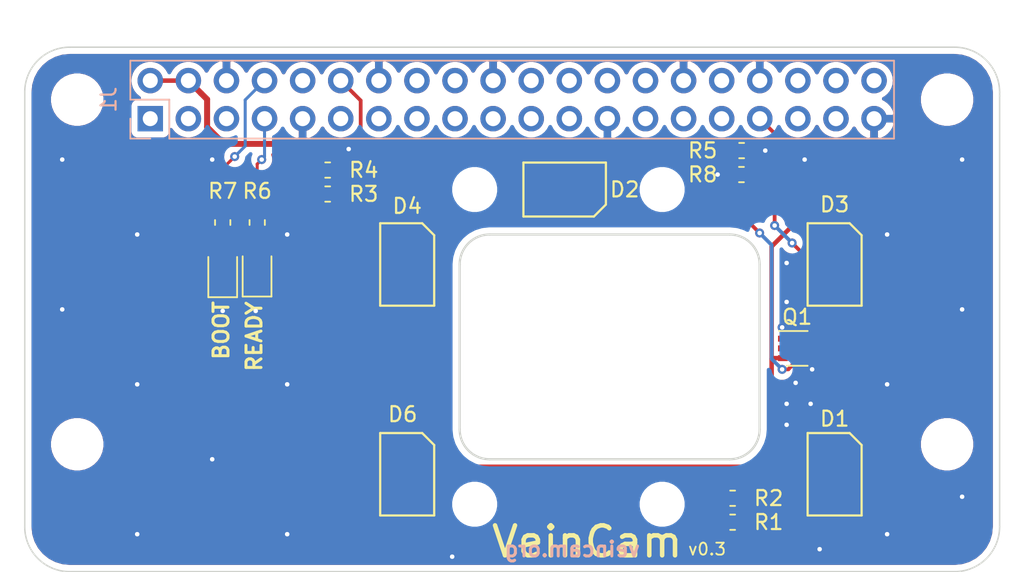
<source format=kicad_pcb>
(kicad_pcb (version 20171130) (host pcbnew "(5.1.0)-1")

  (general
    (thickness 1.6)
    (drawings 14)
    (tracks 190)
    (zones 0)
    (modules 22)
    (nets 47)
  )

  (page A3)
  (title_block
    (date "15 nov 2012")
  )

  (layers
    (0 F.Cu power)
    (31 B.Cu signal)
    (32 B.Adhes user)
    (33 F.Adhes user)
    (34 B.Paste user)
    (35 F.Paste user)
    (36 B.SilkS user)
    (37 F.SilkS user)
    (38 B.Mask user)
    (39 F.Mask user)
    (40 Dwgs.User user)
    (41 Cmts.User user)
    (42 Eco1.User user)
    (43 Eco2.User user)
    (44 Edge.Cuts user)
    (45 Margin user)
    (46 B.CrtYd user)
    (47 F.CrtYd user)
    (48 B.Fab user)
    (49 F.Fab user)
  )

  (setup
    (last_trace_width 0.2)
    (user_trace_width 0.25)
    (user_trace_width 0.3)
    (trace_clearance 0.2)
    (zone_clearance 0.4)
    (zone_45_only no)
    (trace_min 0.1524)
    (via_size 0.9)
    (via_drill 0.6)
    (via_min_size 0.6)
    (via_min_drill 0.3)
    (user_via 0.6 0.3)
    (uvia_size 0.5)
    (uvia_drill 0.1)
    (uvias_allowed no)
    (uvia_min_size 0.5)
    (uvia_min_drill 0.1)
    (edge_width 0.1)
    (segment_width 0.1)
    (pcb_text_width 0.2)
    (pcb_text_size 1 1)
    (mod_edge_width 0.15)
    (mod_text_size 1 1)
    (mod_text_width 0.15)
    (pad_size 2.5 2.5)
    (pad_drill 2.5)
    (pad_to_mask_clearance 0)
    (solder_mask_min_width 0.1)
    (aux_axis_origin 208.5 91.5)
    (visible_elements 7FFFFFFF)
    (pcbplotparams
      (layerselection 0x012f8_ffffffff)
      (usegerberextensions true)
      (usegerberattributes false)
      (usegerberadvancedattributes false)
      (creategerberjobfile false)
      (excludeedgelayer true)
      (linewidth 0.150000)
      (plotframeref false)
      (viasonmask false)
      (mode 1)
      (useauxorigin false)
      (hpglpennumber 1)
      (hpglpenspeed 20)
      (hpglpendiameter 15.000000)
      (psnegative false)
      (psa4output false)
      (plotreference true)
      (plotvalue true)
      (plotinvisibletext false)
      (padsonsilk false)
      (subtractmaskfromsilk false)
      (outputformat 1)
      (mirror false)
      (drillshape 0)
      (scaleselection 1)
      (outputdirectory "gerbers/"))
  )

  (net 0 "")
  (net 1 +5V)
  (net 2 GND)
  (net 3 "Net-(D7-Pad2)")
  (net 4 "Net-(D8-Pad2)")
  (net 5 /LED_850)
  (net 6 /LED_BOOT)
  (net 7 /LED_READY)
  (net 8 "Net-(D3-Pad1)")
  (net 9 /LED_940)
  (net 10 "Net-(D3-Pad3)")
  (net 11 "Net-(D1-Pad2)")
  (net 12 "Net-(D1-Pad4)")
  (net 13 "Net-(D2-Pad2)")
  (net 14 "Net-(D2-Pad4)")
  (net 15 "Net-(D1-Pad1)")
  (net 16 "Net-(D1-Pad3)")
  (net 17 "Net-(D2-Pad1)")
  (net 18 "Net-(D2-Pad3)")
  (net 19 "Net-(D4-Pad3)")
  (net 20 "Net-(D4-Pad1)")
  (net 21 "Net-(J1-Pad1)")
  (net 22 "Net-(J1-Pad3)")
  (net 23 "Net-(J1-Pad5)")
  (net 24 "Net-(J1-Pad10)")
  (net 25 "Net-(J1-Pad11)")
  (net 26 "Net-(J1-Pad13)")
  (net 27 "Net-(J1-Pad15)")
  (net 28 "Net-(J1-Pad16)")
  (net 29 "Net-(J1-Pad17)")
  (net 30 "Net-(J1-Pad18)")
  (net 31 "Net-(J1-Pad19)")
  (net 32 "Net-(J1-Pad35)")
  (net 33 "Net-(J1-Pad36)")
  (net 34 "Net-(J1-Pad37)")
  (net 35 "Net-(J1-Pad38)")
  (net 36 "Net-(J1-Pad40)")
  (net 37 "Net-(J1-Pad32)")
  (net 38 "Net-(J1-Pad31)")
  (net 39 "Net-(J1-Pad29)")
  (net 40 "Net-(J1-Pad28)")
  (net 41 "Net-(J1-Pad27)")
  (net 42 "Net-(J1-Pad26)")
  (net 43 "Net-(J1-Pad24)")
  (net 44 "Net-(J1-Pad23)")
  (net 45 "Net-(J1-Pad22)")
  (net 46 "Net-(J1-Pad21)")

  (net_class Default "This is the default net class."
    (clearance 0.2)
    (trace_width 0.2)
    (via_dia 0.9)
    (via_drill 0.6)
    (uvia_dia 0.5)
    (uvia_drill 0.1)
    (add_net +5V)
    (add_net /LED_850)
    (add_net /LED_940)
    (add_net /LED_BOOT)
    (add_net /LED_READY)
    (add_net GND)
    (add_net "Net-(D1-Pad1)")
    (add_net "Net-(D1-Pad2)")
    (add_net "Net-(D1-Pad3)")
    (add_net "Net-(D1-Pad4)")
    (add_net "Net-(D2-Pad1)")
    (add_net "Net-(D2-Pad2)")
    (add_net "Net-(D2-Pad3)")
    (add_net "Net-(D2-Pad4)")
    (add_net "Net-(D3-Pad1)")
    (add_net "Net-(D3-Pad3)")
    (add_net "Net-(D4-Pad1)")
    (add_net "Net-(D4-Pad3)")
    (add_net "Net-(D7-Pad2)")
    (add_net "Net-(D8-Pad2)")
    (add_net "Net-(J1-Pad1)")
    (add_net "Net-(J1-Pad10)")
    (add_net "Net-(J1-Pad11)")
    (add_net "Net-(J1-Pad13)")
    (add_net "Net-(J1-Pad15)")
    (add_net "Net-(J1-Pad16)")
    (add_net "Net-(J1-Pad17)")
    (add_net "Net-(J1-Pad18)")
    (add_net "Net-(J1-Pad19)")
    (add_net "Net-(J1-Pad21)")
    (add_net "Net-(J1-Pad22)")
    (add_net "Net-(J1-Pad23)")
    (add_net "Net-(J1-Pad24)")
    (add_net "Net-(J1-Pad26)")
    (add_net "Net-(J1-Pad27)")
    (add_net "Net-(J1-Pad28)")
    (add_net "Net-(J1-Pad29)")
    (add_net "Net-(J1-Pad3)")
    (add_net "Net-(J1-Pad31)")
    (add_net "Net-(J1-Pad32)")
    (add_net "Net-(J1-Pad35)")
    (add_net "Net-(J1-Pad36)")
    (add_net "Net-(J1-Pad37)")
    (add_net "Net-(J1-Pad38)")
    (add_net "Net-(J1-Pad40)")
    (add_net "Net-(J1-Pad5)")
  )

  (net_class Power ""
    (clearance 0.2)
    (trace_width 0.5)
    (via_dia 1)
    (via_drill 0.7)
    (uvia_dia 0.5)
    (uvia_drill 0.1)
  )

  (module VeinCam_Footprints:PiCamera (layer F.Cu) (tedit 5CAAD2D2) (tstamp 5CAB1C88)
    (at 245 85.5 90)
    (path /5CAAF493)
    (fp_text reference TP2 (at -10 -13 90) (layer F.SilkS) hide
      (effects (font (size 1 1) (thickness 0.15)))
    )
    (fp_text value Camera (at -3 -13 90) (layer F.Fab)
      (effects (font (size 1 1) (thickness 0.15)))
    )
    (fp_line (start -12 -12) (end 13 -12) (layer B.CrtYd) (width 0.15))
    (fp_line (start -12 12) (end 13 12) (layer B.CrtYd) (width 0.15))
    (fp_line (start 13 -12) (end 13 12) (layer B.CrtYd) (width 0.15))
    (fp_line (start -12 12) (end -12 -12) (layer B.CrtYd) (width 0.15))
    (fp_line (start -5 9) (end 6 9) (layer Edge.Cuts) (width 0.15))
    (fp_line (start 8 7) (end 8 -9) (layer Edge.Cuts) (width 0.15))
    (fp_line (start 6 -11) (end -5 -11) (layer Edge.Cuts) (width 0.15))
    (fp_line (start -7 -9) (end -7 7) (layer Edge.Cuts) (width 0.15))
    (fp_arc (start 6 7) (end 6 9) (angle -90) (layer Edge.Cuts) (width 0.15))
    (fp_arc (start -5 7) (end -7 7) (angle -90) (layer Edge.Cuts) (width 0.15))
    (fp_arc (start -5 -9) (end -5 -11) (angle -90) (layer Edge.Cuts) (width 0.15))
    (fp_arc (start 6 -9) (end 8 -9) (angle -90) (layer Edge.Cuts) (width 0.15))
    (pad "" np_thru_hole circle (at -10 -10 90) (size 2.2 2.2) (drill 2.2) (layers *.Cu *.Mask))
    (pad "" np_thru_hole circle (at 11 -10 90) (size 2.2 2.2) (drill 2.2) (layers *.Cu *.Mask))
    (pad "" np_thru_hole circle (at -10 2.5 90) (size 2.2 2.2) (drill 2.2) (layers *.Cu *.Mask))
    (pad "" np_thru_hole circle (at 11 2.5 90) (size 2.2 2.2) (drill 2.2) (layers *.Cu *.Mask))
    (model "C:/Users/Josh Johnson/Dropbox/ENGN4221/VeinCam2019/Hardware/Library/VeinCam.3dshapes/RasPi_Camera.step"
      (offset (xyz 0.5 -2.5 -1.2))
      (scale (xyz 1 1 1))
      (rotate (xyz 90 -180 0))
    )
  )

  (module Connector_PinSocket_2.54mm:PinSocket_2x20_P2.54mm_Vertical (layer B.Cu) (tedit 5A19A433) (tstamp 5CAB2632)
    (at 213.37 69.77 270)
    (descr "Through hole straight socket strip, 2x20, 2.54mm pitch, double cols (from Kicad 4.0.7), script generated")
    (tags "Through hole socket strip THT 2x20 2.54mm double row")
    (path /5C90CCB7)
    (fp_text reference J1 (at -1.27 2.77 270) (layer B.SilkS)
      (effects (font (size 1 1) (thickness 0.15)) (justify mirror))
    )
    (fp_text value Raspberry_Pi_2_3 (at -1.27 -51.03 270) (layer B.Fab)
      (effects (font (size 1 1) (thickness 0.15)) (justify mirror))
    )
    (fp_text user %R (at -1.27 -24.13 180) (layer B.Fab)
      (effects (font (size 1 1) (thickness 0.15)) (justify mirror))
    )
    (fp_line (start -4.34 -50) (end -4.34 1.8) (layer B.CrtYd) (width 0.05))
    (fp_line (start 1.76 -50) (end -4.34 -50) (layer B.CrtYd) (width 0.05))
    (fp_line (start 1.76 1.8) (end 1.76 -50) (layer B.CrtYd) (width 0.05))
    (fp_line (start -4.34 1.8) (end 1.76 1.8) (layer B.CrtYd) (width 0.05))
    (fp_line (start 0 1.33) (end 1.33 1.33) (layer B.SilkS) (width 0.12))
    (fp_line (start 1.33 1.33) (end 1.33 0) (layer B.SilkS) (width 0.12))
    (fp_line (start -1.27 1.33) (end -1.27 -1.27) (layer B.SilkS) (width 0.12))
    (fp_line (start -1.27 -1.27) (end 1.33 -1.27) (layer B.SilkS) (width 0.12))
    (fp_line (start 1.33 -1.27) (end 1.33 -49.59) (layer B.SilkS) (width 0.12))
    (fp_line (start -3.87 -49.59) (end 1.33 -49.59) (layer B.SilkS) (width 0.12))
    (fp_line (start -3.87 1.33) (end -3.87 -49.59) (layer B.SilkS) (width 0.12))
    (fp_line (start -3.87 1.33) (end -1.27 1.33) (layer B.SilkS) (width 0.12))
    (fp_line (start -3.81 -49.53) (end -3.81 1.27) (layer B.Fab) (width 0.1))
    (fp_line (start 1.27 -49.53) (end -3.81 -49.53) (layer B.Fab) (width 0.1))
    (fp_line (start 1.27 0.27) (end 1.27 -49.53) (layer B.Fab) (width 0.1))
    (fp_line (start 0.27 1.27) (end 1.27 0.27) (layer B.Fab) (width 0.1))
    (fp_line (start -3.81 1.27) (end 0.27 1.27) (layer B.Fab) (width 0.1))
    (pad 40 thru_hole oval (at -2.54 -48.26 270) (size 1.7 1.7) (drill 1) (layers *.Cu *.Mask)
      (net 36 "Net-(J1-Pad40)"))
    (pad 39 thru_hole oval (at 0 -48.26 270) (size 1.7 1.7) (drill 1) (layers *.Cu *.Mask)
      (net 2 GND))
    (pad 38 thru_hole oval (at -2.54 -45.72 270) (size 1.7 1.7) (drill 1) (layers *.Cu *.Mask)
      (net 35 "Net-(J1-Pad38)"))
    (pad 37 thru_hole oval (at 0 -45.72 270) (size 1.7 1.7) (drill 1) (layers *.Cu *.Mask)
      (net 34 "Net-(J1-Pad37)"))
    (pad 36 thru_hole oval (at -2.54 -43.18 270) (size 1.7 1.7) (drill 1) (layers *.Cu *.Mask)
      (net 33 "Net-(J1-Pad36)"))
    (pad 35 thru_hole oval (at 0 -43.18 270) (size 1.7 1.7) (drill 1) (layers *.Cu *.Mask)
      (net 32 "Net-(J1-Pad35)"))
    (pad 34 thru_hole oval (at -2.54 -40.64 270) (size 1.7 1.7) (drill 1) (layers *.Cu *.Mask)
      (net 2 GND))
    (pad 33 thru_hole oval (at 0 -40.64 270) (size 1.7 1.7) (drill 1) (layers *.Cu *.Mask)
      (net 5 /LED_850))
    (pad 32 thru_hole oval (at -2.54 -38.1 270) (size 1.7 1.7) (drill 1) (layers *.Cu *.Mask)
      (net 37 "Net-(J1-Pad32)"))
    (pad 31 thru_hole oval (at 0 -38.1 270) (size 1.7 1.7) (drill 1) (layers *.Cu *.Mask)
      (net 38 "Net-(J1-Pad31)"))
    (pad 30 thru_hole oval (at -2.54 -35.56 270) (size 1.7 1.7) (drill 1) (layers *.Cu *.Mask)
      (net 2 GND))
    (pad 29 thru_hole oval (at 0 -35.56 270) (size 1.7 1.7) (drill 1) (layers *.Cu *.Mask)
      (net 39 "Net-(J1-Pad29)"))
    (pad 28 thru_hole oval (at -2.54 -33.02 270) (size 1.7 1.7) (drill 1) (layers *.Cu *.Mask)
      (net 40 "Net-(J1-Pad28)"))
    (pad 27 thru_hole oval (at 0 -33.02 270) (size 1.7 1.7) (drill 1) (layers *.Cu *.Mask)
      (net 41 "Net-(J1-Pad27)"))
    (pad 26 thru_hole oval (at -2.54 -30.48 270) (size 1.7 1.7) (drill 1) (layers *.Cu *.Mask)
      (net 42 "Net-(J1-Pad26)"))
    (pad 25 thru_hole oval (at 0 -30.48 270) (size 1.7 1.7) (drill 1) (layers *.Cu *.Mask)
      (net 2 GND))
    (pad 24 thru_hole oval (at -2.54 -27.94 270) (size 1.7 1.7) (drill 1) (layers *.Cu *.Mask)
      (net 43 "Net-(J1-Pad24)"))
    (pad 23 thru_hole oval (at 0 -27.94 270) (size 1.7 1.7) (drill 1) (layers *.Cu *.Mask)
      (net 44 "Net-(J1-Pad23)"))
    (pad 22 thru_hole oval (at -2.54 -25.4 270) (size 1.7 1.7) (drill 1) (layers *.Cu *.Mask)
      (net 45 "Net-(J1-Pad22)"))
    (pad 21 thru_hole oval (at 0 -25.4 270) (size 1.7 1.7) (drill 1) (layers *.Cu *.Mask)
      (net 46 "Net-(J1-Pad21)"))
    (pad 20 thru_hole oval (at -2.54 -22.86 270) (size 1.7 1.7) (drill 1) (layers *.Cu *.Mask)
      (net 2 GND))
    (pad 19 thru_hole oval (at 0 -22.86 270) (size 1.7 1.7) (drill 1) (layers *.Cu *.Mask)
      (net 31 "Net-(J1-Pad19)"))
    (pad 18 thru_hole oval (at -2.54 -20.32 270) (size 1.7 1.7) (drill 1) (layers *.Cu *.Mask)
      (net 30 "Net-(J1-Pad18)"))
    (pad 17 thru_hole oval (at 0 -20.32 270) (size 1.7 1.7) (drill 1) (layers *.Cu *.Mask)
      (net 29 "Net-(J1-Pad17)"))
    (pad 16 thru_hole oval (at -2.54 -17.78 270) (size 1.7 1.7) (drill 1) (layers *.Cu *.Mask)
      (net 28 "Net-(J1-Pad16)"))
    (pad 15 thru_hole oval (at 0 -17.78 270) (size 1.7 1.7) (drill 1) (layers *.Cu *.Mask)
      (net 27 "Net-(J1-Pad15)"))
    (pad 14 thru_hole oval (at -2.54 -15.24 270) (size 1.7 1.7) (drill 1) (layers *.Cu *.Mask)
      (net 2 GND))
    (pad 13 thru_hole oval (at 0 -15.24 270) (size 1.7 1.7) (drill 1) (layers *.Cu *.Mask)
      (net 26 "Net-(J1-Pad13)"))
    (pad 12 thru_hole oval (at -2.54 -12.7 270) (size 1.7 1.7) (drill 1) (layers *.Cu *.Mask)
      (net 9 /LED_940))
    (pad 11 thru_hole oval (at 0 -12.7 270) (size 1.7 1.7) (drill 1) (layers *.Cu *.Mask)
      (net 25 "Net-(J1-Pad11)"))
    (pad 10 thru_hole oval (at -2.54 -10.16 270) (size 1.7 1.7) (drill 1) (layers *.Cu *.Mask)
      (net 24 "Net-(J1-Pad10)"))
    (pad 9 thru_hole oval (at 0 -10.16 270) (size 1.7 1.7) (drill 1) (layers *.Cu *.Mask)
      (net 2 GND))
    (pad 8 thru_hole oval (at -2.54 -7.62 270) (size 1.7 1.7) (drill 1) (layers *.Cu *.Mask)
      (net 6 /LED_BOOT))
    (pad 7 thru_hole oval (at 0 -7.62 270) (size 1.7 1.7) (drill 1) (layers *.Cu *.Mask)
      (net 7 /LED_READY))
    (pad 6 thru_hole oval (at -2.54 -5.08 270) (size 1.7 1.7) (drill 1) (layers *.Cu *.Mask)
      (net 2 GND))
    (pad 5 thru_hole oval (at 0 -5.08 270) (size 1.7 1.7) (drill 1) (layers *.Cu *.Mask)
      (net 23 "Net-(J1-Pad5)"))
    (pad 4 thru_hole oval (at -2.54 -2.54 270) (size 1.7 1.7) (drill 1) (layers *.Cu *.Mask)
      (net 1 +5V))
    (pad 3 thru_hole oval (at 0 -2.54 270) (size 1.7 1.7) (drill 1) (layers *.Cu *.Mask)
      (net 22 "Net-(J1-Pad3)"))
    (pad 2 thru_hole oval (at -2.54 0 270) (size 1.7 1.7) (drill 1) (layers *.Cu *.Mask)
      (net 1 +5V))
    (pad 1 thru_hole rect (at 0 0 270) (size 1.7 1.7) (drill 1) (layers *.Cu *.Mask)
      (net 21 "Net-(J1-Pad1)"))
    (model ${KISYS3DMOD}/Connector_PinSocket_2.54mm.3dshapes/PinSocket_2x20_P2.54mm_Vertical.wrl
      (at (xyz 0 0 0))
      (scale (xyz 1 1 1))
      (rotate (xyz 0 0 0))
    )
  )

  (module LED_SMD:LED_0805_2012Metric (layer F.Cu) (tedit 5C8F0192) (tstamp 5C906393)
    (at 220.490001 79.954999 90)
    (descr "LED SMD 0805 (2012 Metric), square (rectangular) end terminal, IPC_7351 nominal, (Body size source: https://docs.google.com/spreadsheets/d/1BsfQQcO9C6DZCsRaXUlFlo91Tg2WpOkGARC1WS5S8t0/edit?usp=sharing), generated with kicad-footprint-generator")
    (tags diode)
    (path /5D25BF75)
    (attr smd)
    (fp_text reference D7 (at -2.945001 0.009999 90) (layer F.Fab)
      (effects (font (size 1 1) (thickness 0.15)))
    )
    (fp_text value "GREEN LED" (at 0 1.65 90) (layer F.Fab)
      (effects (font (size 1 1) (thickness 0.15)))
    )
    (fp_line (start 1 -0.6) (end -0.7 -0.6) (layer F.Fab) (width 0.1))
    (fp_line (start -0.7 -0.6) (end -1 -0.3) (layer F.Fab) (width 0.1))
    (fp_line (start -1 -0.3) (end -1 0.6) (layer F.Fab) (width 0.1))
    (fp_line (start -1 0.6) (end 1 0.6) (layer F.Fab) (width 0.1))
    (fp_line (start 1 0.6) (end 1 -0.6) (layer F.Fab) (width 0.1))
    (fp_line (start 1 -0.96) (end -1.685 -0.96) (layer F.SilkS) (width 0.12))
    (fp_line (start -1.685 -0.96) (end -1.685 0.96) (layer F.SilkS) (width 0.12))
    (fp_line (start -1.685 0.96) (end 1 0.96) (layer F.SilkS) (width 0.12))
    (fp_line (start -1.68 0.95) (end -1.68 -0.95) (layer F.CrtYd) (width 0.05))
    (fp_line (start -1.68 -0.95) (end 1.68 -0.95) (layer F.CrtYd) (width 0.05))
    (fp_line (start 1.68 -0.95) (end 1.68 0.95) (layer F.CrtYd) (width 0.05))
    (fp_line (start 1.68 0.95) (end -1.68 0.95) (layer F.CrtYd) (width 0.05))
    (fp_text user %R (at 0 0 90) (layer F.Fab)
      (effects (font (size 0.5 0.5) (thickness 0.08)))
    )
    (pad 1 smd roundrect (at -0.9375 0 90) (size 0.975 1.4) (layers F.Cu F.Paste F.Mask) (roundrect_rratio 0.25)
      (net 2 GND))
    (pad 2 smd roundrect (at 0.9375 0 90) (size 0.975 1.4) (layers F.Cu F.Paste F.Mask) (roundrect_rratio 0.25)
      (net 3 "Net-(D7-Pad2)"))
    (model ${KISYS3DMOD}/LED_SMD.3dshapes/LED_0805_2012Metric.wrl
      (at (xyz 0 0 0))
      (scale (xyz 1 1 1))
      (rotate (xyz 0 0 0))
    )
  )

  (module LED_SMD:LED_0805_2012Metric (layer F.Cu) (tedit 5C8F018E) (tstamp 5CA86B28)
    (at 218.2 80 90)
    (descr "LED SMD 0805 (2012 Metric), square (rectangular) end terminal, IPC_7351 nominal, (Body size source: https://docs.google.com/spreadsheets/d/1BsfQQcO9C6DZCsRaXUlFlo91Tg2WpOkGARC1WS5S8t0/edit?usp=sharing), generated with kicad-footprint-generator")
    (tags diode)
    (path /5D6666CA)
    (attr smd)
    (fp_text reference D8 (at -2.9 0 90) (layer F.Fab)
      (effects (font (size 1 1) (thickness 0.15)))
    )
    (fp_text value "RED LED" (at 0 1.65 90) (layer F.Fab)
      (effects (font (size 1 1) (thickness 0.15)))
    )
    (fp_text user %R (at 0 0 270) (layer F.Fab)
      (effects (font (size 0.5 0.5) (thickness 0.08)))
    )
    (fp_line (start 1.68 0.95) (end -1.68 0.95) (layer F.CrtYd) (width 0.05))
    (fp_line (start 1.68 -0.95) (end 1.68 0.95) (layer F.CrtYd) (width 0.05))
    (fp_line (start -1.68 -0.95) (end 1.68 -0.95) (layer F.CrtYd) (width 0.05))
    (fp_line (start -1.68 0.95) (end -1.68 -0.95) (layer F.CrtYd) (width 0.05))
    (fp_line (start -1.685 0.96) (end 1 0.96) (layer F.SilkS) (width 0.12))
    (fp_line (start -1.685 -0.96) (end -1.685 0.96) (layer F.SilkS) (width 0.12))
    (fp_line (start 1 -0.96) (end -1.685 -0.96) (layer F.SilkS) (width 0.12))
    (fp_line (start 1 0.6) (end 1 -0.6) (layer F.Fab) (width 0.1))
    (fp_line (start -1 0.6) (end 1 0.6) (layer F.Fab) (width 0.1))
    (fp_line (start -1 -0.3) (end -1 0.6) (layer F.Fab) (width 0.1))
    (fp_line (start -0.7 -0.6) (end -1 -0.3) (layer F.Fab) (width 0.1))
    (fp_line (start 1 -0.6) (end -0.7 -0.6) (layer F.Fab) (width 0.1))
    (pad 2 smd roundrect (at 0.9375 0 90) (size 0.975 1.4) (layers F.Cu F.Paste F.Mask) (roundrect_rratio 0.25)
      (net 4 "Net-(D8-Pad2)"))
    (pad 1 smd roundrect (at -0.9375 0 90) (size 0.975 1.4) (layers F.Cu F.Paste F.Mask) (roundrect_rratio 0.25)
      (net 2 GND))
    (model ${KISYS3DMOD}/LED_SMD.3dshapes/LED_0805_2012Metric.wrl
      (at (xyz 0 0 0))
      (scale (xyz 1 1 1))
      (rotate (xyz 0 0 0))
    )
  )

  (module MountingHole:MountingHole_2.7mm_M2.5 (layer F.Cu) (tedit 5C8F03B9) (tstamp 5CAB27D0)
    (at 208.5 68.5)
    (descr "Mounting Hole 2.7mm, no annular, M2.5")
    (tags "mounting hole 2.7mm no annular m2.5")
    (path /5C8828F4)
    (attr virtual)
    (fp_text reference H1 (at 0 -3.7) (layer F.Fab)
      (effects (font (size 1 1) (thickness 0.15)))
    )
    (fp_text value MountingHole (at 0 3.7) (layer F.Fab)
      (effects (font (size 1 1) (thickness 0.15)))
    )
    (fp_circle (center 0 0) (end 2.95 0) (layer F.CrtYd) (width 0.05))
    (fp_circle (center 0 0) (end 2.7 0) (layer Cmts.User) (width 0.15))
    (fp_text user %R (at 0.3 0) (layer F.Fab)
      (effects (font (size 1 1) (thickness 0.15)))
    )
    (pad 1 np_thru_hole circle (at 0 0) (size 2.7 2.7) (drill 2.7) (layers *.Cu *.Mask))
  )

  (module MountingHole:MountingHole_2.7mm_M2.5 (layer F.Cu) (tedit 5C8F03BE) (tstamp 5CA17738)
    (at 208.5 91.5)
    (descr "Mounting Hole 2.7mm, no annular, M2.5")
    (tags "mounting hole 2.7mm no annular m2.5")
    (path /5C882948)
    (attr virtual)
    (fp_text reference H2 (at 0 -3.7) (layer F.Fab)
      (effects (font (size 1 1) (thickness 0.15)))
    )
    (fp_text value MountingHole (at 0 3.7) (layer F.Fab)
      (effects (font (size 1 1) (thickness 0.15)))
    )
    (fp_text user %R (at 0.3 0) (layer F.Fab)
      (effects (font (size 1 1) (thickness 0.15)))
    )
    (fp_circle (center 0 0) (end 2.7 0) (layer Cmts.User) (width 0.15))
    (fp_circle (center 0 0) (end 2.95 0) (layer F.CrtYd) (width 0.05))
    (pad 1 np_thru_hole circle (at 0 0) (size 2.7 2.7) (drill 2.7) (layers *.Cu *.Mask))
  )

  (module MountingHole:MountingHole_2.7mm_M2.5 (layer F.Cu) (tedit 5C8F03C4) (tstamp 5CA17740)
    (at 266.5 91.5)
    (descr "Mounting Hole 2.7mm, no annular, M2.5")
    (tags "mounting hole 2.7mm no annular m2.5")
    (path /5C88296E)
    (attr virtual)
    (fp_text reference H3 (at 0 -3.7) (layer F.Fab)
      (effects (font (size 1 1) (thickness 0.15)))
    )
    (fp_text value MountingHole (at 0 3.7) (layer F.Fab)
      (effects (font (size 1 1) (thickness 0.15)))
    )
    (fp_text user %R (at 0.3 0) (layer F.Fab)
      (effects (font (size 1 1) (thickness 0.15)))
    )
    (fp_circle (center 0 0) (end 2.7 0) (layer Cmts.User) (width 0.15))
    (fp_circle (center 0 0) (end 2.95 0) (layer F.CrtYd) (width 0.05))
    (pad 1 np_thru_hole circle (at 0 0) (size 2.7 2.7) (drill 2.7) (layers *.Cu *.Mask))
  )

  (module MountingHole:MountingHole_2.7mm_M2.5 (layer F.Cu) (tedit 5C8F03CA) (tstamp 5CA17748)
    (at 266.5 68.5)
    (descr "Mounting Hole 2.7mm, no annular, M2.5")
    (tags "mounting hole 2.7mm no annular m2.5")
    (path /5C882996)
    (attr virtual)
    (fp_text reference H4 (at 0 -3.7) (layer F.Fab)
      (effects (font (size 1 1) (thickness 0.15)))
    )
    (fp_text value MountingHole (at 0 3.7) (layer F.Fab)
      (effects (font (size 1 1) (thickness 0.15)))
    )
    (fp_circle (center 0 0) (end 2.95 0) (layer F.CrtYd) (width 0.05))
    (fp_circle (center 0 0) (end 2.7 0) (layer Cmts.User) (width 0.15))
    (fp_text user %R (at 0.3 0) (layer F.Fab)
      (effects (font (size 1 1) (thickness 0.15)))
    )
    (pad 1 np_thru_hole circle (at 0 0) (size 2.7 2.7) (drill 2.7) (layers *.Cu *.Mask))
  )

  (module Package_TO_SOT_SMD:SOT-363_SC-70-6 (layer F.Cu) (tedit 5A02FF57) (tstamp 5CA17790)
    (at 256.5 85.1)
    (descr "SOT-363, SC-70-6")
    (tags "SOT-363 SC-70-6")
    (path /5C92154C)
    (attr smd)
    (fp_text reference Q1 (at 0 -2.1 180) (layer F.SilkS)
      (effects (font (size 1 1) (thickness 0.15)))
    )
    (fp_text value NTJD4001N (at 0 2 180) (layer F.Fab)
      (effects (font (size 1 1) (thickness 0.15)))
    )
    (fp_text user %R (at 0 0 90) (layer F.Fab)
      (effects (font (size 0.5 0.5) (thickness 0.075)))
    )
    (fp_line (start 0.7 -1.16) (end -1.2 -1.16) (layer F.SilkS) (width 0.12))
    (fp_line (start -0.7 1.16) (end 0.7 1.16) (layer F.SilkS) (width 0.12))
    (fp_line (start 1.6 1.4) (end 1.6 -1.4) (layer F.CrtYd) (width 0.05))
    (fp_line (start -1.6 -1.4) (end -1.6 1.4) (layer F.CrtYd) (width 0.05))
    (fp_line (start -1.6 -1.4) (end 1.6 -1.4) (layer F.CrtYd) (width 0.05))
    (fp_line (start 0.675 -1.1) (end -0.175 -1.1) (layer F.Fab) (width 0.1))
    (fp_line (start -0.675 -0.6) (end -0.675 1.1) (layer F.Fab) (width 0.1))
    (fp_line (start -1.6 1.4) (end 1.6 1.4) (layer F.CrtYd) (width 0.05))
    (fp_line (start 0.675 -1.1) (end 0.675 1.1) (layer F.Fab) (width 0.1))
    (fp_line (start 0.675 1.1) (end -0.675 1.1) (layer F.Fab) (width 0.1))
    (fp_line (start -0.175 -1.1) (end -0.675 -0.6) (layer F.Fab) (width 0.1))
    (pad 1 smd rect (at -0.95 -0.65) (size 0.65 0.4) (layers F.Cu F.Paste F.Mask)
      (net 2 GND))
    (pad 3 smd rect (at -0.95 0.65) (size 0.65 0.4) (layers F.Cu F.Paste F.Mask)
      (net 8 "Net-(D3-Pad1)"))
    (pad 5 smd rect (at 0.95 0) (size 0.65 0.4) (layers F.Cu F.Paste F.Mask)
      (net 5 /LED_850))
    (pad 2 smd rect (at -0.95 0) (size 0.65 0.4) (layers F.Cu F.Paste F.Mask)
      (net 9 /LED_940))
    (pad 4 smd rect (at 0.95 0.65) (size 0.65 0.4) (layers F.Cu F.Paste F.Mask)
      (net 2 GND))
    (pad 6 smd rect (at 0.95 -0.65) (size 0.65 0.4) (layers F.Cu F.Paste F.Mask)
      (net 10 "Net-(D3-Pad3)"))
    (model ${KISYS3DMOD}/Package_TO_SOT_SMD.3dshapes/SOT-363_SC-70-6.wrl
      (at (xyz 0 0 0))
      (scale (xyz 1 1 1))
      (rotate (xyz 0 0 0))
    )
  )

  (module Resistor_SMD:R_0603_1608Metric (layer F.Cu) (tedit 5B301BBD) (tstamp 5CA80D30)
    (at 252.2 96.7 180)
    (descr "Resistor SMD 0603 (1608 Metric), square (rectangular) end terminal, IPC_7351 nominal, (Body size source: http://www.tortai-tech.com/upload/download/2011102023233369053.pdf), generated with kicad-footprint-generator")
    (tags resistor)
    (path /5C88BFEA)
    (attr smd)
    (fp_text reference R1 (at -2.4 0 180) (layer F.SilkS)
      (effects (font (size 1 1) (thickness 0.15)))
    )
    (fp_text value 27R (at 0 1.43 180) (layer F.Fab)
      (effects (font (size 1 1) (thickness 0.15)))
    )
    (fp_line (start -0.8 0.4) (end -0.8 -0.4) (layer F.Fab) (width 0.1))
    (fp_line (start -0.8 -0.4) (end 0.8 -0.4) (layer F.Fab) (width 0.1))
    (fp_line (start 0.8 -0.4) (end 0.8 0.4) (layer F.Fab) (width 0.1))
    (fp_line (start 0.8 0.4) (end -0.8 0.4) (layer F.Fab) (width 0.1))
    (fp_line (start -0.162779 -0.51) (end 0.162779 -0.51) (layer F.SilkS) (width 0.12))
    (fp_line (start -0.162779 0.51) (end 0.162779 0.51) (layer F.SilkS) (width 0.12))
    (fp_line (start -1.48 0.73) (end -1.48 -0.73) (layer F.CrtYd) (width 0.05))
    (fp_line (start -1.48 -0.73) (end 1.48 -0.73) (layer F.CrtYd) (width 0.05))
    (fp_line (start 1.48 -0.73) (end 1.48 0.73) (layer F.CrtYd) (width 0.05))
    (fp_line (start 1.48 0.73) (end -1.48 0.73) (layer F.CrtYd) (width 0.05))
    (fp_text user %R (at 0 0 180) (layer F.Fab)
      (effects (font (size 0.4 0.4) (thickness 0.06)))
    )
    (pad 1 smd roundrect (at -0.7875 0 180) (size 0.875 0.95) (layers F.Cu F.Paste F.Mask) (roundrect_rratio 0.25)
      (net 11 "Net-(D1-Pad2)"))
    (pad 2 smd roundrect (at 0.7875 0 180) (size 0.875 0.95) (layers F.Cu F.Paste F.Mask) (roundrect_rratio 0.25)
      (net 1 +5V))
    (model ${KISYS3DMOD}/Resistor_SMD.3dshapes/R_0603_1608Metric.wrl
      (at (xyz 0 0 0))
      (scale (xyz 1 1 1))
      (rotate (xyz 0 0 0))
    )
  )

  (module Resistor_SMD:R_0603_1608Metric (layer F.Cu) (tedit 5B301BBD) (tstamp 5CA80CA0)
    (at 252.2 95.1 180)
    (descr "Resistor SMD 0603 (1608 Metric), square (rectangular) end terminal, IPC_7351 nominal, (Body size source: http://www.tortai-tech.com/upload/download/2011102023233369053.pdf), generated with kicad-footprint-generator")
    (tags resistor)
    (path /5C8D8769)
    (attr smd)
    (fp_text reference R2 (at -2.4 0 180) (layer F.SilkS)
      (effects (font (size 1 1) (thickness 0.15)))
    )
    (fp_text value 27R (at 0 1.43 180) (layer F.Fab)
      (effects (font (size 1 1) (thickness 0.15)))
    )
    (fp_text user %R (at 0 0 180) (layer F.Fab)
      (effects (font (size 0.4 0.4) (thickness 0.06)))
    )
    (fp_line (start 1.48 0.73) (end -1.48 0.73) (layer F.CrtYd) (width 0.05))
    (fp_line (start 1.48 -0.73) (end 1.48 0.73) (layer F.CrtYd) (width 0.05))
    (fp_line (start -1.48 -0.73) (end 1.48 -0.73) (layer F.CrtYd) (width 0.05))
    (fp_line (start -1.48 0.73) (end -1.48 -0.73) (layer F.CrtYd) (width 0.05))
    (fp_line (start -0.162779 0.51) (end 0.162779 0.51) (layer F.SilkS) (width 0.12))
    (fp_line (start -0.162779 -0.51) (end 0.162779 -0.51) (layer F.SilkS) (width 0.12))
    (fp_line (start 0.8 0.4) (end -0.8 0.4) (layer F.Fab) (width 0.1))
    (fp_line (start 0.8 -0.4) (end 0.8 0.4) (layer F.Fab) (width 0.1))
    (fp_line (start -0.8 -0.4) (end 0.8 -0.4) (layer F.Fab) (width 0.1))
    (fp_line (start -0.8 0.4) (end -0.8 -0.4) (layer F.Fab) (width 0.1))
    (pad 2 smd roundrect (at 0.7875 0 180) (size 0.875 0.95) (layers F.Cu F.Paste F.Mask) (roundrect_rratio 0.25)
      (net 1 +5V))
    (pad 1 smd roundrect (at -0.7875 0 180) (size 0.875 0.95) (layers F.Cu F.Paste F.Mask) (roundrect_rratio 0.25)
      (net 12 "Net-(D1-Pad4)"))
    (model ${KISYS3DMOD}/Resistor_SMD.3dshapes/R_0603_1608Metric.wrl
      (at (xyz 0 0 0))
      (scale (xyz 1 1 1))
      (rotate (xyz 0 0 0))
    )
  )

  (module Resistor_SMD:R_0603_1608Metric (layer F.Cu) (tedit 5B301BBD) (tstamp 5CA808CA)
    (at 225.2 74.8 180)
    (descr "Resistor SMD 0603 (1608 Metric), square (rectangular) end terminal, IPC_7351 nominal, (Body size source: http://www.tortai-tech.com/upload/download/2011102023233369053.pdf), generated with kicad-footprint-generator")
    (tags resistor)
    (path /5C8D87A7)
    (attr smd)
    (fp_text reference R3 (at -2.4 0 180) (layer F.SilkS)
      (effects (font (size 1 1) (thickness 0.15)))
    )
    (fp_text value 3R3 (at 0 1.43 180) (layer F.Fab)
      (effects (font (size 1 1) (thickness 0.15)))
    )
    (fp_line (start -0.8 0.4) (end -0.8 -0.4) (layer F.Fab) (width 0.1))
    (fp_line (start -0.8 -0.4) (end 0.8 -0.4) (layer F.Fab) (width 0.1))
    (fp_line (start 0.8 -0.4) (end 0.8 0.4) (layer F.Fab) (width 0.1))
    (fp_line (start 0.8 0.4) (end -0.8 0.4) (layer F.Fab) (width 0.1))
    (fp_line (start -0.162779 -0.51) (end 0.162779 -0.51) (layer F.SilkS) (width 0.12))
    (fp_line (start -0.162779 0.51) (end 0.162779 0.51) (layer F.SilkS) (width 0.12))
    (fp_line (start -1.48 0.73) (end -1.48 -0.73) (layer F.CrtYd) (width 0.05))
    (fp_line (start -1.48 -0.73) (end 1.48 -0.73) (layer F.CrtYd) (width 0.05))
    (fp_line (start 1.48 -0.73) (end 1.48 0.73) (layer F.CrtYd) (width 0.05))
    (fp_line (start 1.48 0.73) (end -1.48 0.73) (layer F.CrtYd) (width 0.05))
    (fp_text user %R (at 0 0 180) (layer F.Fab)
      (effects (font (size 0.4 0.4) (thickness 0.06)))
    )
    (pad 1 smd roundrect (at -0.7875 0 180) (size 0.875 0.95) (layers F.Cu F.Paste F.Mask) (roundrect_rratio 0.25)
      (net 13 "Net-(D2-Pad2)"))
    (pad 2 smd roundrect (at 0.7875 0 180) (size 0.875 0.95) (layers F.Cu F.Paste F.Mask) (roundrect_rratio 0.25)
      (net 1 +5V))
    (model ${KISYS3DMOD}/Resistor_SMD.3dshapes/R_0603_1608Metric.wrl
      (at (xyz 0 0 0))
      (scale (xyz 1 1 1))
      (rotate (xyz 0 0 0))
    )
  )

  (module Resistor_SMD:R_0603_1608Metric (layer F.Cu) (tedit 5B301BBD) (tstamp 5CAB3710)
    (at 225.2 73.2 180)
    (descr "Resistor SMD 0603 (1608 Metric), square (rectangular) end terminal, IPC_7351 nominal, (Body size source: http://www.tortai-tech.com/upload/download/2011102023233369053.pdf), generated with kicad-footprint-generator")
    (tags resistor)
    (path /5C8D87E5)
    (attr smd)
    (fp_text reference R4 (at -2.4 0 180) (layer F.SilkS)
      (effects (font (size 1 1) (thickness 0.15)))
    )
    (fp_text value 3R3 (at 0 1.43 180) (layer F.Fab)
      (effects (font (size 1 1) (thickness 0.15)))
    )
    (fp_text user %R (at 0 0 180) (layer F.Fab)
      (effects (font (size 0.4 0.4) (thickness 0.06)))
    )
    (fp_line (start 1.48 0.73) (end -1.48 0.73) (layer F.CrtYd) (width 0.05))
    (fp_line (start 1.48 -0.73) (end 1.48 0.73) (layer F.CrtYd) (width 0.05))
    (fp_line (start -1.48 -0.73) (end 1.48 -0.73) (layer F.CrtYd) (width 0.05))
    (fp_line (start -1.48 0.73) (end -1.48 -0.73) (layer F.CrtYd) (width 0.05))
    (fp_line (start -0.162779 0.51) (end 0.162779 0.51) (layer F.SilkS) (width 0.12))
    (fp_line (start -0.162779 -0.51) (end 0.162779 -0.51) (layer F.SilkS) (width 0.12))
    (fp_line (start 0.8 0.4) (end -0.8 0.4) (layer F.Fab) (width 0.1))
    (fp_line (start 0.8 -0.4) (end 0.8 0.4) (layer F.Fab) (width 0.1))
    (fp_line (start -0.8 -0.4) (end 0.8 -0.4) (layer F.Fab) (width 0.1))
    (fp_line (start -0.8 0.4) (end -0.8 -0.4) (layer F.Fab) (width 0.1))
    (pad 2 smd roundrect (at 0.7875 0 180) (size 0.875 0.95) (layers F.Cu F.Paste F.Mask) (roundrect_rratio 0.25)
      (net 1 +5V))
    (pad 1 smd roundrect (at -0.7875 0 180) (size 0.875 0.95) (layers F.Cu F.Paste F.Mask) (roundrect_rratio 0.25)
      (net 14 "Net-(D2-Pad4)"))
    (model ${KISYS3DMOD}/Resistor_SMD.3dshapes/R_0603_1608Metric.wrl
      (at (xyz 0 0 0))
      (scale (xyz 1 1 1))
      (rotate (xyz 0 0 0))
    )
  )

  (module Resistor_SMD:R_0603_1608Metric (layer F.Cu) (tedit 5B301BBD) (tstamp 5CAB4947)
    (at 252.8 71.9)
    (descr "Resistor SMD 0603 (1608 Metric), square (rectangular) end terminal, IPC_7351 nominal, (Body size source: http://www.tortai-tech.com/upload/download/2011102023233369053.pdf), generated with kicad-footprint-generator")
    (tags resistor)
    (path /5C89F961)
    (attr smd)
    (fp_text reference R5 (at -2.6 0) (layer F.SilkS)
      (effects (font (size 1 1) (thickness 0.15)))
    )
    (fp_text value 10k (at 0 1.43) (layer F.Fab)
      (effects (font (size 1 1) (thickness 0.15)))
    )
    (fp_text user %R (at 0 0) (layer F.Fab)
      (effects (font (size 0.4 0.4) (thickness 0.06)))
    )
    (fp_line (start 1.48 0.73) (end -1.48 0.73) (layer F.CrtYd) (width 0.05))
    (fp_line (start 1.48 -0.73) (end 1.48 0.73) (layer F.CrtYd) (width 0.05))
    (fp_line (start -1.48 -0.73) (end 1.48 -0.73) (layer F.CrtYd) (width 0.05))
    (fp_line (start -1.48 0.73) (end -1.48 -0.73) (layer F.CrtYd) (width 0.05))
    (fp_line (start -0.162779 0.51) (end 0.162779 0.51) (layer F.SilkS) (width 0.12))
    (fp_line (start -0.162779 -0.51) (end 0.162779 -0.51) (layer F.SilkS) (width 0.12))
    (fp_line (start 0.8 0.4) (end -0.8 0.4) (layer F.Fab) (width 0.1))
    (fp_line (start 0.8 -0.4) (end 0.8 0.4) (layer F.Fab) (width 0.1))
    (fp_line (start -0.8 -0.4) (end 0.8 -0.4) (layer F.Fab) (width 0.1))
    (fp_line (start -0.8 0.4) (end -0.8 -0.4) (layer F.Fab) (width 0.1))
    (pad 2 smd roundrect (at 0.7875 0) (size 0.875 0.95) (layers F.Cu F.Paste F.Mask) (roundrect_rratio 0.25)
      (net 2 GND))
    (pad 1 smd roundrect (at -0.7875 0) (size 0.875 0.95) (layers F.Cu F.Paste F.Mask) (roundrect_rratio 0.25)
      (net 9 /LED_940))
    (model ${KISYS3DMOD}/Resistor_SMD.3dshapes/R_0603_1608Metric.wrl
      (at (xyz 0 0 0))
      (scale (xyz 1 1 1))
      (rotate (xyz 0 0 0))
    )
  )

  (module Resistor_SMD:R_0603_1608Metric (layer F.Cu) (tedit 5B301BBD) (tstamp 5CA177F6)
    (at 220.5 76.7 270)
    (descr "Resistor SMD 0603 (1608 Metric), square (rectangular) end terminal, IPC_7351 nominal, (Body size source: http://www.tortai-tech.com/upload/download/2011102023233369053.pdf), generated with kicad-footprint-generator")
    (tags resistor)
    (path /5D25BF6E)
    (attr smd)
    (fp_text reference R6 (at -2.1 0) (layer F.SilkS)
      (effects (font (size 1 1) (thickness 0.15)))
    )
    (fp_text value 1k (at 0 1.43 270) (layer F.Fab)
      (effects (font (size 1 1) (thickness 0.15)))
    )
    (fp_line (start -0.8 0.4) (end -0.8 -0.4) (layer F.Fab) (width 0.1))
    (fp_line (start -0.8 -0.4) (end 0.8 -0.4) (layer F.Fab) (width 0.1))
    (fp_line (start 0.8 -0.4) (end 0.8 0.4) (layer F.Fab) (width 0.1))
    (fp_line (start 0.8 0.4) (end -0.8 0.4) (layer F.Fab) (width 0.1))
    (fp_line (start -0.162779 -0.51) (end 0.162779 -0.51) (layer F.SilkS) (width 0.12))
    (fp_line (start -0.162779 0.51) (end 0.162779 0.51) (layer F.SilkS) (width 0.12))
    (fp_line (start -1.48 0.73) (end -1.48 -0.73) (layer F.CrtYd) (width 0.05))
    (fp_line (start -1.48 -0.73) (end 1.48 -0.73) (layer F.CrtYd) (width 0.05))
    (fp_line (start 1.48 -0.73) (end 1.48 0.73) (layer F.CrtYd) (width 0.05))
    (fp_line (start 1.48 0.73) (end -1.48 0.73) (layer F.CrtYd) (width 0.05))
    (fp_text user %R (at 0 0 270) (layer F.Fab)
      (effects (font (size 0.4 0.4) (thickness 0.06)))
    )
    (pad 1 smd roundrect (at -0.7875 0 270) (size 0.875 0.95) (layers F.Cu F.Paste F.Mask) (roundrect_rratio 0.25)
      (net 7 /LED_READY))
    (pad 2 smd roundrect (at 0.7875 0 270) (size 0.875 0.95) (layers F.Cu F.Paste F.Mask) (roundrect_rratio 0.25)
      (net 3 "Net-(D7-Pad2)"))
    (model ${KISYS3DMOD}/Resistor_SMD.3dshapes/R_0603_1608Metric.wrl
      (at (xyz 0 0 0))
      (scale (xyz 1 1 1))
      (rotate (xyz 0 0 0))
    )
  )

  (module Resistor_SMD:R_0603_1608Metric (layer F.Cu) (tedit 5B301BBD) (tstamp 5CA17807)
    (at 218.2 76.7 270)
    (descr "Resistor SMD 0603 (1608 Metric), square (rectangular) end terminal, IPC_7351 nominal, (Body size source: http://www.tortai-tech.com/upload/download/2011102023233369053.pdf), generated with kicad-footprint-generator")
    (tags resistor)
    (path /5D6666C3)
    (attr smd)
    (fp_text reference R7 (at -2.1 0) (layer F.SilkS)
      (effects (font (size 1 1) (thickness 0.15)))
    )
    (fp_text value 1k (at 0 1.43 270) (layer F.Fab)
      (effects (font (size 1 1) (thickness 0.15)))
    )
    (fp_text user %R (at 0 0 270) (layer F.Fab)
      (effects (font (size 0.4 0.4) (thickness 0.06)))
    )
    (fp_line (start 1.48 0.73) (end -1.48 0.73) (layer F.CrtYd) (width 0.05))
    (fp_line (start 1.48 -0.73) (end 1.48 0.73) (layer F.CrtYd) (width 0.05))
    (fp_line (start -1.48 -0.73) (end 1.48 -0.73) (layer F.CrtYd) (width 0.05))
    (fp_line (start -1.48 0.73) (end -1.48 -0.73) (layer F.CrtYd) (width 0.05))
    (fp_line (start -0.162779 0.51) (end 0.162779 0.51) (layer F.SilkS) (width 0.12))
    (fp_line (start -0.162779 -0.51) (end 0.162779 -0.51) (layer F.SilkS) (width 0.12))
    (fp_line (start 0.8 0.4) (end -0.8 0.4) (layer F.Fab) (width 0.1))
    (fp_line (start 0.8 -0.4) (end 0.8 0.4) (layer F.Fab) (width 0.1))
    (fp_line (start -0.8 -0.4) (end 0.8 -0.4) (layer F.Fab) (width 0.1))
    (fp_line (start -0.8 0.4) (end -0.8 -0.4) (layer F.Fab) (width 0.1))
    (pad 2 smd roundrect (at 0.7875 0 270) (size 0.875 0.95) (layers F.Cu F.Paste F.Mask) (roundrect_rratio 0.25)
      (net 4 "Net-(D8-Pad2)"))
    (pad 1 smd roundrect (at -0.7875 0 270) (size 0.875 0.95) (layers F.Cu F.Paste F.Mask) (roundrect_rratio 0.25)
      (net 6 /LED_BOOT))
    (model ${KISYS3DMOD}/Resistor_SMD.3dshapes/R_0603_1608Metric.wrl
      (at (xyz 0 0 0))
      (scale (xyz 1 1 1))
      (rotate (xyz 0 0 0))
    )
  )

  (module Resistor_SMD:R_0603_1608Metric (layer F.Cu) (tedit 5B301BBD) (tstamp 5CA8259A)
    (at 252.7875 73.5 180)
    (descr "Resistor SMD 0603 (1608 Metric), square (rectangular) end terminal, IPC_7351 nominal, (Body size source: http://www.tortai-tech.com/upload/download/2011102023233369053.pdf), generated with kicad-footprint-generator")
    (tags resistor)
    (path /5C89F9C9)
    (attr smd)
    (fp_text reference R8 (at 2.5875 0 180) (layer F.SilkS)
      (effects (font (size 1 1) (thickness 0.15)))
    )
    (fp_text value 10k (at 0 1.43 180) (layer F.Fab)
      (effects (font (size 1 1) (thickness 0.15)))
    )
    (fp_line (start -0.8 0.4) (end -0.8 -0.4) (layer F.Fab) (width 0.1))
    (fp_line (start -0.8 -0.4) (end 0.8 -0.4) (layer F.Fab) (width 0.1))
    (fp_line (start 0.8 -0.4) (end 0.8 0.4) (layer F.Fab) (width 0.1))
    (fp_line (start 0.8 0.4) (end -0.8 0.4) (layer F.Fab) (width 0.1))
    (fp_line (start -0.162779 -0.51) (end 0.162779 -0.51) (layer F.SilkS) (width 0.12))
    (fp_line (start -0.162779 0.51) (end 0.162779 0.51) (layer F.SilkS) (width 0.12))
    (fp_line (start -1.48 0.73) (end -1.48 -0.73) (layer F.CrtYd) (width 0.05))
    (fp_line (start -1.48 -0.73) (end 1.48 -0.73) (layer F.CrtYd) (width 0.05))
    (fp_line (start 1.48 -0.73) (end 1.48 0.73) (layer F.CrtYd) (width 0.05))
    (fp_line (start 1.48 0.73) (end -1.48 0.73) (layer F.CrtYd) (width 0.05))
    (fp_text user %R (at 0 0 180) (layer F.Fab)
      (effects (font (size 0.4 0.4) (thickness 0.06)))
    )
    (pad 1 smd roundrect (at -0.7875 0 180) (size 0.875 0.95) (layers F.Cu F.Paste F.Mask) (roundrect_rratio 0.25)
      (net 5 /LED_850))
    (pad 2 smd roundrect (at 0.7875 0 180) (size 0.875 0.95) (layers F.Cu F.Paste F.Mask) (roundrect_rratio 0.25)
      (net 2 GND))
    (model ${KISYS3DMOD}/Resistor_SMD.3dshapes/R_0603_1608Metric.wrl
      (at (xyz 0 0 0))
      (scale (xyz 1 1 1))
      (rotate (xyz 0 0 0))
    )
  )

  (module VeinCam_Footprints:SFH7252 (layer F.Cu) (tedit 5C8EF651) (tstamp 5CAB312D)
    (at 259 93.5 180)
    (path /5C89C23B)
    (attr smd)
    (fp_text reference D1 (at 0 3.7) (layer F.SilkS)
      (effects (font (size 1 1) (thickness 0.15)))
    )
    (fp_text value SFH7252 (at 0 0 180) (layer F.Fab)
      (effects (font (size 1 1) (thickness 0.15)))
    )
    (fp_line (start -1 2.75) (end -1.8 1.95) (layer F.SilkS) (width 0.15))
    (fp_line (start -1.8 1.95) (end -1.8 -2.75) (layer F.SilkS) (width 0.15))
    (fp_line (start -1.8 -2.75) (end 1.8 -2.75) (layer F.SilkS) (width 0.15))
    (fp_line (start 1.8 -2.75) (end 1.8 2.75) (layer F.SilkS) (width 0.15))
    (fp_line (start 1.8 2.75) (end -1 2.75) (layer F.SilkS) (width 0.15))
    (fp_line (start -1.95 -2.9) (end 1.95 -2.9) (layer F.CrtYd) (width 0.05))
    (fp_line (start 1.95 -2.9) (end 1.95 2.9) (layer F.CrtYd) (width 0.05))
    (fp_line (start 1.95 2.9) (end -1.95 2.9) (layer F.CrtYd) (width 0.05))
    (fp_line (start -1.95 2.9) (end -1.95 -2.9) (layer F.CrtYd) (width 0.05))
    (pad 2 smd rect (at -0.75 -1.4 180) (size 1.1 1.7) (layers F.Cu F.Paste F.Mask)
      (net 11 "Net-(D1-Pad2)"))
    (pad 1 smd rect (at -0.75 1.4 180) (size 1.1 1.7) (layers F.Cu F.Paste F.Mask)
      (net 15 "Net-(D1-Pad1)"))
    (pad 3 smd rect (at 0.75 -1.4 180) (size 1.1 1.7) (layers F.Cu F.Paste F.Mask)
      (net 16 "Net-(D1-Pad3)"))
    (pad 4 smd rect (at 0.75 1.4 180) (size 1.1 1.7) (layers F.Cu F.Paste F.Mask)
      (net 12 "Net-(D1-Pad4)"))
    (model "C:/Users/Josh Johnson/Dropbox/ENGN4221/VeinCam2019/Hardware/Library/VeinCam.3dshapes/PLCC4.STEP"
      (at (xyz 0 0 0))
      (scale (xyz 1.1 1 1))
      (rotate (xyz 0 0 -90))
    )
  )

  (module VeinCam_Footprints:SFH7252 (layer F.Cu) (tedit 5C8EF651) (tstamp 5CAB2E2C)
    (at 241 74.5 90)
    (path /5C89C451)
    (attr smd)
    (fp_text reference D2 (at 0 4) (layer F.SilkS)
      (effects (font (size 1 1) (thickness 0.15)))
    )
    (fp_text value SFH7252 (at 0 0 90) (layer F.Fab)
      (effects (font (size 1 1) (thickness 0.15)))
    )
    (fp_line (start -1 2.75) (end -1.8 1.95) (layer F.SilkS) (width 0.15))
    (fp_line (start -1.8 1.95) (end -1.8 -2.75) (layer F.SilkS) (width 0.15))
    (fp_line (start -1.8 -2.75) (end 1.8 -2.75) (layer F.SilkS) (width 0.15))
    (fp_line (start 1.8 -2.75) (end 1.8 2.75) (layer F.SilkS) (width 0.15))
    (fp_line (start 1.8 2.75) (end -1 2.75) (layer F.SilkS) (width 0.15))
    (fp_line (start -1.95 -2.9) (end 1.95 -2.9) (layer F.CrtYd) (width 0.05))
    (fp_line (start 1.95 -2.9) (end 1.95 2.9) (layer F.CrtYd) (width 0.05))
    (fp_line (start 1.95 2.9) (end -1.95 2.9) (layer F.CrtYd) (width 0.05))
    (fp_line (start -1.95 2.9) (end -1.95 -2.9) (layer F.CrtYd) (width 0.05))
    (pad 2 smd rect (at -0.75 -1.4 90) (size 1.1 1.7) (layers F.Cu F.Paste F.Mask)
      (net 13 "Net-(D2-Pad2)"))
    (pad 1 smd rect (at -0.75 1.4 90) (size 1.1 1.7) (layers F.Cu F.Paste F.Mask)
      (net 17 "Net-(D2-Pad1)"))
    (pad 3 smd rect (at 0.75 -1.4 90) (size 1.1 1.7) (layers F.Cu F.Paste F.Mask)
      (net 18 "Net-(D2-Pad3)"))
    (pad 4 smd rect (at 0.75 1.4 90) (size 1.1 1.7) (layers F.Cu F.Paste F.Mask)
      (net 14 "Net-(D2-Pad4)"))
    (model "C:/Users/Josh Johnson/Dropbox/ENGN4221/VeinCam2019/Hardware/Library/VeinCam.3dshapes/PLCC4.STEP"
      (at (xyz 0 0 0))
      (scale (xyz 1.1 1 1))
      (rotate (xyz 0 0 -90))
    )
  )

  (module VeinCam_Footprints:SFH7252 (layer F.Cu) (tedit 5C8EF651) (tstamp 5CA80CD0)
    (at 259 79.5 180)
    (path /5C89C6B9)
    (attr smd)
    (fp_text reference D3 (at 0 4) (layer F.SilkS)
      (effects (font (size 1 1) (thickness 0.15)))
    )
    (fp_text value SFH7252 (at 0 0 180) (layer F.Fab)
      (effects (font (size 1 1) (thickness 0.15)))
    )
    (fp_line (start -1.95 2.9) (end -1.95 -2.9) (layer F.CrtYd) (width 0.05))
    (fp_line (start 1.95 2.9) (end -1.95 2.9) (layer F.CrtYd) (width 0.05))
    (fp_line (start 1.95 -2.9) (end 1.95 2.9) (layer F.CrtYd) (width 0.05))
    (fp_line (start -1.95 -2.9) (end 1.95 -2.9) (layer F.CrtYd) (width 0.05))
    (fp_line (start 1.8 2.75) (end -1 2.75) (layer F.SilkS) (width 0.15))
    (fp_line (start 1.8 -2.75) (end 1.8 2.75) (layer F.SilkS) (width 0.15))
    (fp_line (start -1.8 -2.75) (end 1.8 -2.75) (layer F.SilkS) (width 0.15))
    (fp_line (start -1.8 1.95) (end -1.8 -2.75) (layer F.SilkS) (width 0.15))
    (fp_line (start -1 2.75) (end -1.8 1.95) (layer F.SilkS) (width 0.15))
    (pad 4 smd rect (at 0.75 1.4 180) (size 1.1 1.7) (layers F.Cu F.Paste F.Mask)
      (net 16 "Net-(D1-Pad3)"))
    (pad 3 smd rect (at 0.75 -1.4 180) (size 1.1 1.7) (layers F.Cu F.Paste F.Mask)
      (net 10 "Net-(D3-Pad3)"))
    (pad 1 smd rect (at -0.75 1.4 180) (size 1.1 1.7) (layers F.Cu F.Paste F.Mask)
      (net 8 "Net-(D3-Pad1)"))
    (pad 2 smd rect (at -0.75 -1.4 180) (size 1.1 1.7) (layers F.Cu F.Paste F.Mask)
      (net 15 "Net-(D1-Pad1)"))
    (model "C:/Users/Josh Johnson/Dropbox/ENGN4221/VeinCam2019/Hardware/Library/VeinCam.3dshapes/PLCC4.STEP"
      (at (xyz 0 0 0))
      (scale (xyz 1.1 1 1))
      (rotate (xyz 0 0 -90))
    )
  )

  (module VeinCam_Footprints:SFH7252 (layer F.Cu) (tedit 5C8EF651) (tstamp 5CAB31CF)
    (at 230.5 79.5 180)
    (path /5C89C4E7)
    (attr smd)
    (fp_text reference D4 (at 0 3.9) (layer F.SilkS)
      (effects (font (size 1 1) (thickness 0.15)))
    )
    (fp_text value SFH7252 (at 0 0 180) (layer F.Fab)
      (effects (font (size 1 1) (thickness 0.15)))
    )
    (fp_line (start -1.95 2.9) (end -1.95 -2.9) (layer F.CrtYd) (width 0.05))
    (fp_line (start 1.95 2.9) (end -1.95 2.9) (layer F.CrtYd) (width 0.05))
    (fp_line (start 1.95 -2.9) (end 1.95 2.9) (layer F.CrtYd) (width 0.05))
    (fp_line (start -1.95 -2.9) (end 1.95 -2.9) (layer F.CrtYd) (width 0.05))
    (fp_line (start 1.8 2.75) (end -1 2.75) (layer F.SilkS) (width 0.15))
    (fp_line (start 1.8 -2.75) (end 1.8 2.75) (layer F.SilkS) (width 0.15))
    (fp_line (start -1.8 -2.75) (end 1.8 -2.75) (layer F.SilkS) (width 0.15))
    (fp_line (start -1.8 1.95) (end -1.8 -2.75) (layer F.SilkS) (width 0.15))
    (fp_line (start -1 2.75) (end -1.8 1.95) (layer F.SilkS) (width 0.15))
    (pad 4 smd rect (at 0.75 1.4 180) (size 1.1 1.7) (layers F.Cu F.Paste F.Mask)
      (net 18 "Net-(D2-Pad3)"))
    (pad 3 smd rect (at 0.75 -1.4 180) (size 1.1 1.7) (layers F.Cu F.Paste F.Mask)
      (net 19 "Net-(D4-Pad3)"))
    (pad 1 smd rect (at -0.75 1.4 180) (size 1.1 1.7) (layers F.Cu F.Paste F.Mask)
      (net 20 "Net-(D4-Pad1)"))
    (pad 2 smd rect (at -0.75 -1.4 180) (size 1.1 1.7) (layers F.Cu F.Paste F.Mask)
      (net 17 "Net-(D2-Pad1)"))
    (model "C:/Users/Josh Johnson/Dropbox/ENGN4221/VeinCam2019/Hardware/Library/VeinCam.3dshapes/PLCC4.STEP"
      (at (xyz 0 0 0))
      (scale (xyz 1.1 1 1))
      (rotate (xyz 0 0 -90))
    )
  )

  (module VeinCam_Footprints:SFH7252 (layer F.Cu) (tedit 5C8EF651) (tstamp 5CAB317E)
    (at 230.5 93.5 180)
    (path /5C89C583)
    (attr smd)
    (fp_text reference D6 (at 0.3 4) (layer F.SilkS)
      (effects (font (size 1 1) (thickness 0.15)))
    )
    (fp_text value SFH7252 (at 0 0 180) (layer F.Fab)
      (effects (font (size 1 1) (thickness 0.15)))
    )
    (fp_line (start -1 2.75) (end -1.8 1.95) (layer F.SilkS) (width 0.15))
    (fp_line (start -1.8 1.95) (end -1.8 -2.75) (layer F.SilkS) (width 0.15))
    (fp_line (start -1.8 -2.75) (end 1.8 -2.75) (layer F.SilkS) (width 0.15))
    (fp_line (start 1.8 -2.75) (end 1.8 2.75) (layer F.SilkS) (width 0.15))
    (fp_line (start 1.8 2.75) (end -1 2.75) (layer F.SilkS) (width 0.15))
    (fp_line (start -1.95 -2.9) (end 1.95 -2.9) (layer F.CrtYd) (width 0.05))
    (fp_line (start 1.95 -2.9) (end 1.95 2.9) (layer F.CrtYd) (width 0.05))
    (fp_line (start 1.95 2.9) (end -1.95 2.9) (layer F.CrtYd) (width 0.05))
    (fp_line (start -1.95 2.9) (end -1.95 -2.9) (layer F.CrtYd) (width 0.05))
    (pad 2 smd rect (at -0.75 -1.4 180) (size 1.1 1.7) (layers F.Cu F.Paste F.Mask)
      (net 20 "Net-(D4-Pad1)"))
    (pad 1 smd rect (at -0.75 1.4 180) (size 1.1 1.7) (layers F.Cu F.Paste F.Mask)
      (net 8 "Net-(D3-Pad1)"))
    (pad 3 smd rect (at 0.75 -1.4 180) (size 1.1 1.7) (layers F.Cu F.Paste F.Mask)
      (net 10 "Net-(D3-Pad3)"))
    (pad 4 smd rect (at 0.75 1.4 180) (size 1.1 1.7) (layers F.Cu F.Paste F.Mask)
      (net 19 "Net-(D4-Pad3)"))
    (model "C:/Users/Josh Johnson/Dropbox/ENGN4221/VeinCam2019/Hardware/Library/VeinCam.3dshapes/PLCC4.STEP"
      (at (xyz 0 0 0))
      (scale (xyz 1.1 1 1))
      (rotate (xyz 0 0 -90))
    )
  )

  (gr_arc (start 208 68) (end 208 65) (angle -90) (layer Edge.Cuts) (width 0.1) (tstamp 5CAB2CBC))
  (gr_arc (start 208 97) (end 205 97) (angle -90) (layer Edge.Cuts) (width 0.1) (tstamp 5CAB2CBA))
  (gr_arc (start 267 97) (end 267 100) (angle -90) (layer Edge.Cuts) (width 0.1) (tstamp 5CAB2C9D))
  (gr_arc (start 267 68) (end 270 68) (angle -90) (layer Edge.Cuts) (width 0.1))
  (gr_line (start 270 68.25) (end 270 68.25) (layer Edge.Cuts) (width 0.1))
  (gr_line (start 208 65) (end 267 65) (layer Edge.Cuts) (width 0.1))
  (gr_line (start 205 97) (end 205 68) (layer Edge.Cuts) (width 0.1))
  (gr_line (start 267 100) (end 208 100) (layer Edge.Cuts) (width 0.1))
  (gr_line (start 270 68) (end 270 97) (layer Edge.Cuts) (width 0.1))
  (gr_text veincam.org (at 241.5 98.5) (layer B.SilkS)
    (effects (font (size 1 1) (thickness 0.2)) (justify mirror))
  )
  (gr_text v0.3 (at 250.5 98.5) (layer F.SilkS)
    (effects (font (size 0.8 0.8) (thickness 0.12)))
  )
  (gr_text VeinCam (at 242.5 98) (layer F.SilkS)
    (effects (font (size 2 2) (thickness 0.3)))
  )
  (gr_text BOOT (at 218.1 83.9 90) (layer F.SilkS) (tstamp 5CAB3BAC)
    (effects (font (size 1 1) (thickness 0.2)))
  )
  (gr_text READY (at 220.3 84.3 90) (layer F.SilkS) (tstamp 5CA86BC3)
    (effects (font (size 1 1) (thickness 0.2)))
  )

  (segment (start 215.91 67.23) (end 213.37 67.23) (width 0.3) (layer F.Cu) (net 1))
  (segment (start 224.4125 73.2) (end 223.3 73.2) (width 0.3) (layer F.Cu) (net 1))
  (segment (start 223.3 74.3) (end 223.3 73.2) (width 0.3) (layer F.Cu) (net 1))
  (segment (start 224.4125 74.8) (end 223.8 74.8) (width 0.3) (layer F.Cu) (net 1))
  (segment (start 249.9 95.9) (end 247.8 98) (width 0.4) (layer F.Cu) (net 1))
  (segment (start 230.042168 98) (end 227.4 95.357832) (width 0.4) (layer F.Cu) (net 1))
  (segment (start 247.8 98) (end 230.042168 98) (width 0.4) (layer F.Cu) (net 1))
  (segment (start 227.4 95.357832) (end 227.4 80) (width 0.4) (layer F.Cu) (net 1))
  (segment (start 227.4 80) (end 223.3 75.9) (width 0.4) (layer F.Cu) (net 1))
  (segment (start 223.8 74.8) (end 223.3 74.8) (width 0.3) (layer F.Cu) (net 1))
  (segment (start 223.3 75.9) (end 223.3 74.8) (width 0.4) (layer F.Cu) (net 1))
  (segment (start 223.3 74.8) (end 223.3 73.2) (width 0.4) (layer F.Cu) (net 1))
  (segment (start 223.3 73.2) (end 223.3 72.5) (width 0.4) (layer F.Cu) (net 1))
  (segment (start 216.759999 68.079999) (end 215.91 67.23) (width 0.4) (layer F.Cu) (net 1))
  (segment (start 223.3 72.5) (end 222.249999 71.449999) (width 0.4) (layer F.Cu) (net 1))
  (segment (start 222.249999 71.449999) (end 218.279997 71.449999) (width 0.4) (layer F.Cu) (net 1))
  (segment (start 218.279997 71.449999) (end 217.160001 70.330003) (width 0.4) (layer F.Cu) (net 1))
  (segment (start 217.160001 70.330003) (end 217.160001 68.480001) (width 0.4) (layer F.Cu) (net 1))
  (segment (start 217.160001 68.480001) (end 216.759999 68.079999) (width 0.4) (layer F.Cu) (net 1))
  (segment (start 250.3 95.5) (end 250.3 95.9) (width 0.3) (layer F.Cu) (net 1))
  (segment (start 251.4125 95.1) (end 250.7 95.1) (width 0.3) (layer F.Cu) (net 1))
  (segment (start 250.7 95.1) (end 250.3 95.5) (width 0.3) (layer F.Cu) (net 1))
  (segment (start 250.7 96.7) (end 251.4125 96.7) (width 0.3) (layer F.Cu) (net 1))
  (segment (start 250.3 95.9) (end 250.3 96.3) (width 0.3) (layer F.Cu) (net 1))
  (segment (start 250.3 96.3) (end 250.7 96.7) (width 0.3) (layer F.Cu) (net 1))
  (segment (start 249.9 95.9) (end 250.3 95.9) (width 0.4) (layer F.Cu) (net 1))
  (segment (start 220.490001 80.892499) (end 220.490001 81.790001) (width 0.3) (layer F.Cu) (net 2))
  (segment (start 220.490001 81.790001) (end 220.5 81.8) (width 0.3) (layer F.Cu) (net 2))
  (segment (start 218.2 80.9375) (end 218.2 81.8) (width 0.3) (layer F.Cu) (net 2))
  (via (at 255.5 83.7) (size 0.6) (drill 0.3) (layers F.Cu B.Cu) (net 2))
  (segment (start 255.55 84.45) (end 255.55 83.75) (width 0.25) (layer F.Cu) (net 2))
  (segment (start 255.55 83.75) (end 255.5 83.7) (width 0.25) (layer F.Cu) (net 2))
  (via (at 257.5 86.5) (size 0.6) (drill 0.3) (layers F.Cu B.Cu) (net 2))
  (segment (start 257.45 85.75) (end 257.45 86.45) (width 0.25) (layer F.Cu) (net 2))
  (segment (start 257.45 86.45) (end 257.5 86.5) (width 0.25) (layer F.Cu) (net 2))
  (via (at 254.375 71.9) (size 0.6) (drill 0.3) (layers F.Cu B.Cu) (net 2))
  (segment (start 253.5875 71.9) (end 254.375 71.9) (width 0.25) (layer F.Cu) (net 2))
  (via (at 251.2 73.5) (size 0.6) (drill 0.3) (layers F.Cu B.Cu) (net 2))
  (segment (start 252 73.5) (end 251.2 73.5) (width 0.25) (layer F.Cu) (net 2))
  (via (at 255.8 82) (size 0.6) (drill 0.3) (layers F.Cu B.Cu) (net 2))
  (via (at 255.8 79.4) (size 0.6) (drill 0.3) (layers F.Cu B.Cu) (net 2))
  (via (at 257.4 88.8) (size 0.6) (drill 0.3) (layers F.Cu B.Cu) (net 2))
  (via (at 255.8 88.8) (size 0.6) (drill 0.3) (layers F.Cu B.Cu) (net 2))
  (via (at 256.4 87.4) (size 0.6) (drill 0.3) (layers F.Cu B.Cu) (net 2))
  (via (at 255.8 90.2) (size 0.6) (drill 0.3) (layers F.Cu B.Cu) (net 2))
  (via (at 218.2 82.6) (size 0.6) (drill 0.3) (layers F.Cu B.Cu) (net 2))
  (via (at 220.4 82.6) (size 0.6) (drill 0.3) (layers F.Cu B.Cu) (net 2))
  (via (at 226.6 71.8) (size 0.6) (drill 0.3) (layers F.Cu B.Cu) (net 2))
  (via (at 207.5 72.5) (size 0.6) (drill 0.3) (layers F.Cu B.Cu) (net 2))
  (via (at 217.5 72.5) (size 0.6) (drill 0.3) (layers F.Cu B.Cu) (net 2))
  (via (at 212.5 77.5) (size 0.6) (drill 0.3) (layers F.Cu B.Cu) (net 2))
  (via (at 207.5 82.5) (size 0.6) (drill 0.3) (layers F.Cu B.Cu) (net 2))
  (via (at 212.5 87.5) (size 0.6) (drill 0.3) (layers F.Cu B.Cu) (net 2))
  (via (at 212.5 97.5) (size 0.6) (drill 0.3) (layers F.Cu B.Cu) (net 2))
  (via (at 217.5 92.5) (size 0.6) (drill 0.3) (layers F.Cu B.Cu) (net 2))
  (via (at 222.5 97.5) (size 0.6) (drill 0.3) (layers F.Cu B.Cu) (net 2))
  (via (at 222.5 87.5) (size 0.6) (drill 0.3) (layers F.Cu B.Cu) (net 2))
  (via (at 222.5 77.5) (size 0.6) (drill 0.3) (layers F.Cu B.Cu) (net 2))
  (via (at 267.5 72.5) (size 0.6) (drill 0.3) (layers F.Cu B.Cu) (net 2))
  (via (at 267.5 82.5) (size 0.6) (drill 0.3) (layers F.Cu B.Cu) (net 2))
  (via (at 267.5 95) (size 0.6) (drill 0.3) (layers F.Cu B.Cu) (net 2))
  (via (at 262.5 87.5) (size 0.6) (drill 0.3) (layers F.Cu B.Cu) (net 2))
  (via (at 262.5 77.5) (size 0.6) (drill 0.3) (layers F.Cu B.Cu) (net 2))
  (via (at 262.5 97.5) (size 0.6) (drill 0.3) (layers F.Cu B.Cu) (net 2))
  (via (at 258 98.5) (size 0.6) (drill 0.3) (layers F.Cu B.Cu) (net 2))
  (via (at 233.5 99) (size 0.6) (drill 0.3) (layers F.Cu B.Cu) (net 2))
  (via (at 257 72.5) (size 0.6) (drill 0.3) (layers F.Cu B.Cu) (net 2))
  (segment (start 220.5 79.0075) (end 220.490001 79.017499) (width 0.3) (layer F.Cu) (net 3))
  (segment (start 220.5 77.4875) (end 220.5 79.0075) (width 0.3) (layer F.Cu) (net 3))
  (segment (start 218.2 77.4875) (end 218.2 79.0625) (width 0.3) (layer F.Cu) (net 4))
  (segment (start 256.875 85.1) (end 256.8 85.025) (width 0.25) (layer F.Cu) (net 5))
  (segment (start 257.45 85.1) (end 256.875 85.1) (width 0.25) (layer F.Cu) (net 5))
  (segment (start 256.8 85.025) (end 256.8 78.7) (width 0.25) (layer F.Cu) (net 5))
  (segment (start 256.8 78.7) (end 256.165686 78.065686) (width 0.25) (layer F.Cu) (net 5))
  (segment (start 256.165686 78.065686) (end 256.165686 78.065686) (width 0.25) (layer F.Cu) (net 5) (tstamp 5CAB4850))
  (via (at 256.165686 78.065686) (size 0.6) (drill 0.3) (layers F.Cu B.Cu) (net 5))
  (via (at 255 76.9) (size 0.6) (drill 0.3) (layers F.Cu B.Cu) (net 5))
  (segment (start 256.165686 78.065686) (end 255 76.9) (width 0.25) (layer B.Cu) (net 5))
  (segment (start 255 70.76) (end 254.01 69.77) (width 0.25) (layer F.Cu) (net 5))
  (segment (start 255 76.9) (end 255 74.7) (width 0.25) (layer F.Cu) (net 5))
  (segment (start 254.1125 73.5) (end 255 73.5) (width 0.25) (layer F.Cu) (net 5))
  (segment (start 253.575 73.5) (end 254.1125 73.5) (width 0.25) (layer F.Cu) (net 5))
  (segment (start 255 74.7) (end 255 73.5) (width 0.25) (layer F.Cu) (net 5))
  (segment (start 255 73.5) (end 255 70.76) (width 0.25) (layer F.Cu) (net 5))
  (segment (start 218.2 73.1) (end 218.700001 72.599999) (width 0.2) (layer F.Cu) (net 6))
  (segment (start 218.2 75.9125) (end 218.2 73.1) (width 0.2) (layer F.Cu) (net 6))
  (segment (start 218.700001 72.599999) (end 219 72.3) (width 0.2) (layer F.Cu) (net 6))
  (via (at 219 72.3) (size 0.6) (drill 0.3) (layers F.Cu B.Cu) (net 6))
  (segment (start 219.299999 72.000001) (end 219 72.3) (width 0.2) (layer B.Cu) (net 6))
  (segment (start 219.7 71.6) (end 219.299999 72.000001) (width 0.2) (layer B.Cu) (net 6))
  (segment (start 220.99 67.23) (end 219.7 68.52) (width 0.2) (layer B.Cu) (net 6))
  (segment (start 219.7 68.52) (end 219.7 71.6) (width 0.2) (layer B.Cu) (net 6))
  (via (at 220.800016 72.5) (size 0.6) (drill 0.3) (layers F.Cu B.Cu) (net 7))
  (segment (start 220.99 69.77) (end 220.99 72.310016) (width 0.2) (layer B.Cu) (net 7))
  (segment (start 220.99 72.310016) (end 220.800016 72.5) (width 0.2) (layer B.Cu) (net 7))
  (segment (start 220.5 75.9125) (end 220.5 72.800016) (width 0.2) (layer F.Cu) (net 7))
  (segment (start 220.5 72.800016) (end 220.500017 72.799999) (width 0.2) (layer F.Cu) (net 7))
  (segment (start 220.500017 72.799999) (end 220.800016 72.5) (width 0.2) (layer F.Cu) (net 7))
  (segment (start 259.75 76.95) (end 259.75 78.1) (width 0.3) (layer F.Cu) (net 8))
  (segment (start 259.4 76.6) (end 259.75 76.95) (width 0.3) (layer F.Cu) (net 8))
  (segment (start 256.5 76.6) (end 259.4 76.6) (width 0.3) (layer F.Cu) (net 8))
  (segment (start 232.9 92.1) (end 233.8 93) (width 0.3) (layer F.Cu) (net 8))
  (segment (start 233.8 93) (end 253.8 93) (width 0.3) (layer F.Cu) (net 8))
  (segment (start 253.8 93) (end 254.8 92) (width 0.3) (layer F.Cu) (net 8))
  (segment (start 231.25 92.1) (end 232.9 92.1) (width 0.3) (layer F.Cu) (net 8))
  (segment (start 254.8 78.3) (end 256.5 76.6) (width 0.3) (layer F.Cu) (net 8))
  (segment (start 254.85 85.75) (end 254.8 85.8) (width 0.3) (layer F.Cu) (net 8))
  (segment (start 255.55 85.75) (end 254.85 85.75) (width 0.3) (layer F.Cu) (net 8))
  (segment (start 254.8 92) (end 254.8 85.8) (width 0.3) (layer F.Cu) (net 8))
  (segment (start 254.8 85.8) (end 254.8 78.3) (width 0.3) (layer F.Cu) (net 8))
  (via (at 255.5 86.5) (size 0.6) (drill 0.3) (layers F.Cu B.Cu) (net 9))
  (segment (start 255.910002 86.5) (end 255.5 86.5) (width 0.25) (layer F.Cu) (net 9))
  (segment (start 256.200001 86.210001) (end 255.910002 86.5) (width 0.25) (layer F.Cu) (net 9))
  (segment (start 256.200001 85.175001) (end 256.200001 86.210001) (width 0.25) (layer F.Cu) (net 9))
  (segment (start 255.55 85.1) (end 256.125 85.1) (width 0.25) (layer F.Cu) (net 9))
  (segment (start 256.125 85.1) (end 256.200001 85.175001) (width 0.25) (layer F.Cu) (net 9))
  (segment (start 255.5 86.5) (end 254.8 85.8) (width 0.25) (layer B.Cu) (net 9))
  (via (at 254 77.4) (size 0.6) (drill 0.3) (layers F.Cu B.Cu) (net 9))
  (segment (start 254.8 85.8) (end 254.8 78.2) (width 0.25) (layer B.Cu) (net 9))
  (segment (start 254.8 78.2) (end 254 77.4) (width 0.25) (layer B.Cu) (net 9))
  (segment (start 226.919999 68.079999) (end 226.07 67.23) (width 0.25) (layer F.Cu) (net 9))
  (segment (start 227.4 68.56) (end 226.919999 68.079999) (width 0.25) (layer F.Cu) (net 9))
  (segment (start 227.4 70.6) (end 227.4 68.56) (width 0.25) (layer F.Cu) (net 9))
  (segment (start 228.22499 71.42499) (end 227.4 70.6) (width 0.25) (layer F.Cu) (net 9))
  (segment (start 248.02499 71.42499) (end 228.22499 71.42499) (width 0.25) (layer F.Cu) (net 9))
  (segment (start 250.8 71.9) (end 249.65 73.05) (width 0.25) (layer F.Cu) (net 9))
  (segment (start 252.0125 71.9) (end 250.8 71.9) (width 0.25) (layer F.Cu) (net 9))
  (segment (start 254 77.4) (end 249.65 73.05) (width 0.25) (layer F.Cu) (net 9))
  (segment (start 249.65 73.05) (end 248.02499 71.42499) (width 0.25) (layer F.Cu) (net 9))
  (segment (start 229.75 93.75) (end 229.75 94.9) (width 0.3) (layer F.Cu) (net 10))
  (segment (start 230 93.5) (end 229.75 93.75) (width 0.3) (layer F.Cu) (net 10))
  (segment (start 254.00712 93.5) (end 230 93.5) (width 0.3) (layer F.Cu) (net 10))
  (segment (start 258.25 89.25712) (end 254.00712 93.5) (width 0.3) (layer F.Cu) (net 10))
  (segment (start 258.075 84.45) (end 258.25 84.45) (width 0.3) (layer F.Cu) (net 10))
  (segment (start 257.45 84.45) (end 258.075 84.45) (width 0.3) (layer F.Cu) (net 10))
  (segment (start 258.25 80.9) (end 258.25 84.45) (width 0.3) (layer F.Cu) (net 10))
  (segment (start 258.25 84.45) (end 258.25 89.25712) (width 0.3) (layer F.Cu) (net 10))
  (segment (start 259.75 96.05) (end 259.75 94.9) (width 0.3) (layer F.Cu) (net 11))
  (segment (start 252.9875 96.7) (end 259.1 96.7) (width 0.3) (layer F.Cu) (net 11))
  (segment (start 259.1 96.7) (end 259.75 96.05) (width 0.3) (layer F.Cu) (net 11))
  (segment (start 257.4 92.1) (end 258.25 92.1) (width 0.3) (layer F.Cu) (net 12))
  (segment (start 256.7 92.8) (end 257.4 92.1) (width 0.3) (layer F.Cu) (net 12))
  (segment (start 256.7 94.3) (end 256.7 92.8) (width 0.3) (layer F.Cu) (net 12))
  (segment (start 252.9875 95.1) (end 255.9 95.1) (width 0.3) (layer F.Cu) (net 12))
  (segment (start 255.9 95.1) (end 256.7 94.3) (width 0.3) (layer F.Cu) (net 12))
  (segment (start 229.4 74.8) (end 225.9875 74.8) (width 0.3) (layer F.Cu) (net 13))
  (segment (start 240.75 75.25) (end 241 75) (width 0.3) (layer F.Cu) (net 13))
  (segment (start 239.6 75.25) (end 240.75 75.25) (width 0.3) (layer F.Cu) (net 13))
  (segment (start 241 75) (end 241 73.119998) (width 0.3) (layer F.Cu) (net 13))
  (segment (start 241 73.119998) (end 240.480002 72.6) (width 0.3) (layer F.Cu) (net 13))
  (segment (start 240.480002 72.6) (end 231.6 72.6) (width 0.3) (layer F.Cu) (net 13))
  (segment (start 231.6 72.6) (end 229.4 74.8) (width 0.3) (layer F.Cu) (net 13))
  (segment (start 242.4 72.9) (end 242.4 73.75) (width 0.3) (layer F.Cu) (net 14))
  (segment (start 241.4 71.9) (end 242.4 72.9) (width 0.3) (layer F.Cu) (net 14))
  (segment (start 231.2 71.9) (end 241.4 71.9) (width 0.3) (layer F.Cu) (net 14))
  (segment (start 225.9875 73.2) (end 229.9 73.2) (width 0.3) (layer F.Cu) (net 14))
  (segment (start 229.9 73.2) (end 231.2 71.9) (width 0.3) (layer F.Cu) (net 14))
  (segment (start 259.75 82.05) (end 259.75 92.1) (width 0.3) (layer F.Cu) (net 15))
  (segment (start 259.75 80.9) (end 259.75 82.05) (width 0.3) (layer F.Cu) (net 15))
  (segment (start 258.5 93.5) (end 258.25 93.75) (width 0.3) (layer F.Cu) (net 16))
  (segment (start 260.380002 93.5) (end 258.5 93.5) (width 0.3) (layer F.Cu) (net 16))
  (segment (start 258.25 79.25) (end 258.5 79.5) (width 0.3) (layer F.Cu) (net 16))
  (segment (start 258.25 78.1) (end 258.25 79.25) (width 0.3) (layer F.Cu) (net 16))
  (segment (start 258.5 79.5) (end 260.380002 79.5) (width 0.3) (layer F.Cu) (net 16))
  (segment (start 260.380002 79.5) (end 261.4 80.519998) (width 0.3) (layer F.Cu) (net 16))
  (segment (start 258.25 93.75) (end 258.25 94.9) (width 0.3) (layer F.Cu) (net 16))
  (segment (start 261.4 80.519998) (end 261.4 92.480002) (width 0.3) (layer F.Cu) (net 16))
  (segment (start 261.4 92.480002) (end 260.380002 93.5) (width 0.3) (layer F.Cu) (net 16))
  (segment (start 232.1 80.9) (end 231.25 80.9) (width 0.3) (layer F.Cu) (net 17))
  (segment (start 242.4 76.1) (end 241.7 76.8) (width 0.3) (layer F.Cu) (net 17))
  (segment (start 242.4 75.25) (end 242.4 76.1) (width 0.3) (layer F.Cu) (net 17))
  (segment (start 241.7 76.8) (end 234.7 76.8) (width 0.3) (layer F.Cu) (net 17))
  (segment (start 234.7 76.8) (end 232.7 78.8) (width 0.3) (layer F.Cu) (net 17))
  (segment (start 232.7 78.8) (end 232.7 80.3) (width 0.3) (layer F.Cu) (net 17))
  (segment (start 232.7 80.3) (end 232.1 80.9) (width 0.3) (layer F.Cu) (net 17))
  (segment (start 229.75 76.65) (end 229.75 78.1) (width 0.3) (layer F.Cu) (net 18))
  (segment (start 230.2 76.2) (end 229.75 76.65) (width 0.3) (layer F.Cu) (net 18))
  (segment (start 236 76.2) (end 230.2 76.2) (width 0.3) (layer F.Cu) (net 18))
  (segment (start 239.6 73.75) (end 238.45 73.75) (width 0.3) (layer F.Cu) (net 18))
  (segment (start 238.45 73.75) (end 236 76.2) (width 0.3) (layer F.Cu) (net 18))
  (segment (start 229.75 80.9) (end 229.75 92.1) (width 0.3) (layer F.Cu) (net 19))
  (segment (start 231.25 79.25) (end 231.25 78.1) (width 0.3) (layer F.Cu) (net 20))
  (segment (start 229.119998 79.5) (end 231 79.5) (width 0.3) (layer F.Cu) (net 20))
  (segment (start 231.25 96.05) (end 231 96.3) (width 0.3) (layer F.Cu) (net 20))
  (segment (start 231.25 94.9) (end 231.25 96.05) (width 0.3) (layer F.Cu) (net 20))
  (segment (start 231 96.3) (end 229.119998 96.3) (width 0.3) (layer F.Cu) (net 20))
  (segment (start 229.119998 96.3) (end 228.6 95.780002) (width 0.3) (layer F.Cu) (net 20))
  (segment (start 228.6 95.780002) (end 228.6 80.019998) (width 0.3) (layer F.Cu) (net 20))
  (segment (start 231 79.5) (end 231.25 79.25) (width 0.3) (layer F.Cu) (net 20))
  (segment (start 228.6 80.019998) (end 229.119998 79.5) (width 0.3) (layer F.Cu) (net 20))

  (zone (net 2) (net_name GND) (layer B.Cu) (tstamp 0) (hatch edge 0.508)
    (connect_pads (clearance 0.4))
    (min_thickness 0.254)
    (fill yes (arc_segments 32) (thermal_gap 0.508) (thermal_bridge_width 0.508))
    (polygon
      (pts
        (xy 205 65) (xy 270 65) (xy 270 100) (xy 205 100)
      )
    )
    (filled_polygon
      (pts
        (xy 267.470094 65.62586) (xy 267.922277 65.762382) (xy 268.339336 65.984135) (xy 268.705379 66.282674) (xy 269.006463 66.646621)
        (xy 269.231125 67.062127) (xy 269.370801 67.513344) (xy 269.423 68.009988) (xy 269.423 68.221664) (xy 269.420209 68.25)
        (xy 269.423 68.278336) (xy 269.423001 96.971772) (xy 269.37414 97.470089) (xy 269.237618 97.922277) (xy 269.015863 98.339337)
        (xy 268.717326 98.705379) (xy 268.353376 99.006465) (xy 267.937878 99.231123) (xy 267.486657 99.370801) (xy 266.990011 99.423)
        (xy 208.028218 99.423) (xy 207.529911 99.37414) (xy 207.077723 99.237618) (xy 206.660663 99.015863) (xy 206.294621 98.717326)
        (xy 205.993535 98.353376) (xy 205.768877 97.937878) (xy 205.629199 97.486657) (xy 205.577 96.990011) (xy 205.577 95.339755)
        (xy 233.373 95.339755) (xy 233.373 95.660245) (xy 233.435525 95.974578) (xy 233.558172 96.270673) (xy 233.736227 96.537152)
        (xy 233.962848 96.763773) (xy 234.229327 96.941828) (xy 234.525422 97.064475) (xy 234.839755 97.127) (xy 235.160245 97.127)
        (xy 235.474578 97.064475) (xy 235.770673 96.941828) (xy 236.037152 96.763773) (xy 236.263773 96.537152) (xy 236.441828 96.270673)
        (xy 236.564475 95.974578) (xy 236.627 95.660245) (xy 236.627 95.339755) (xy 245.873 95.339755) (xy 245.873 95.660245)
        (xy 245.935525 95.974578) (xy 246.058172 96.270673) (xy 246.236227 96.537152) (xy 246.462848 96.763773) (xy 246.729327 96.941828)
        (xy 247.025422 97.064475) (xy 247.339755 97.127) (xy 247.660245 97.127) (xy 247.974578 97.064475) (xy 248.270673 96.941828)
        (xy 248.537152 96.763773) (xy 248.763773 96.537152) (xy 248.941828 96.270673) (xy 249.064475 95.974578) (xy 249.127 95.660245)
        (xy 249.127 95.339755) (xy 249.064475 95.025422) (xy 248.941828 94.729327) (xy 248.763773 94.462848) (xy 248.537152 94.236227)
        (xy 248.270673 94.058172) (xy 247.974578 93.935525) (xy 247.660245 93.873) (xy 247.339755 93.873) (xy 247.025422 93.935525)
        (xy 246.729327 94.058172) (xy 246.462848 94.236227) (xy 246.236227 94.462848) (xy 246.058172 94.729327) (xy 245.935525 95.025422)
        (xy 245.873 95.339755) (xy 236.627 95.339755) (xy 236.564475 95.025422) (xy 236.441828 94.729327) (xy 236.263773 94.462848)
        (xy 236.037152 94.236227) (xy 235.770673 94.058172) (xy 235.474578 93.935525) (xy 235.160245 93.873) (xy 234.839755 93.873)
        (xy 234.525422 93.935525) (xy 234.229327 94.058172) (xy 233.962848 94.236227) (xy 233.736227 94.462848) (xy 233.558172 94.729327)
        (xy 233.435525 95.025422) (xy 233.373 95.339755) (xy 205.577 95.339755) (xy 205.577 91.315132) (xy 206.623 91.315132)
        (xy 206.623 91.684868) (xy 206.695132 92.047501) (xy 206.836624 92.389093) (xy 207.042039 92.696518) (xy 207.303482 92.957961)
        (xy 207.610907 93.163376) (xy 207.952499 93.304868) (xy 208.315132 93.377) (xy 208.684868 93.377) (xy 209.047501 93.304868)
        (xy 209.389093 93.163376) (xy 209.696518 92.957961) (xy 209.957961 92.696518) (xy 210.163376 92.389093) (xy 210.304868 92.047501)
        (xy 210.377 91.684868) (xy 210.377 91.315132) (xy 210.304868 90.952499) (xy 210.163376 90.610907) (xy 209.957961 90.303482)
        (xy 209.696518 90.042039) (xy 209.389093 89.836624) (xy 209.047501 89.695132) (xy 208.684868 89.623) (xy 208.315132 89.623)
        (xy 207.952499 89.695132) (xy 207.610907 89.836624) (xy 207.303482 90.042039) (xy 207.042039 90.303482) (xy 206.836624 90.610907)
        (xy 206.695132 90.952499) (xy 206.623 91.315132) (xy 205.577 91.315132) (xy 205.577 79.470435) (xy 233.398 79.470435)
        (xy 233.398001 90.529566) (xy 233.400614 90.556094) (xy 233.400527 90.568524) (xy 233.401347 90.57689) (xy 233.442148 90.965082)
        (xy 233.453109 91.018479) (xy 233.463343 91.072126) (xy 233.465772 91.080172) (xy 233.581196 91.453047) (xy 233.602359 91.503391)
        (xy 233.62278 91.553935) (xy 233.626725 91.561356) (xy 233.812376 91.904711) (xy 233.842907 91.949975) (xy 233.872765 91.995602)
        (xy 233.878077 92.002116) (xy 234.126883 92.302871) (xy 234.165626 92.341344) (xy 234.203774 92.380299) (xy 234.21025 92.385657)
        (xy 234.512735 92.632358) (xy 234.558179 92.662551) (xy 234.603201 92.693378) (xy 234.610594 92.697376) (xy 234.955236 92.880626)
        (xy 235.005671 92.901414) (xy 235.055833 92.922913) (xy 235.063858 92.925397) (xy 235.063864 92.925399) (xy 235.437534 93.038216)
        (xy 235.491051 93.048813) (xy 235.544427 93.060158) (xy 235.552786 93.061037) (xy 235.941255 93.099127) (xy 235.941263 93.099127)
        (xy 235.970434 93.102) (xy 252.029566 93.102) (xy 252.056104 93.099386) (xy 252.068524 93.099473) (xy 252.07689 93.098653)
        (xy 252.465082 93.057852) (xy 252.518479 93.046891) (xy 252.572126 93.036657) (xy 252.580172 93.034228) (xy 252.953047 92.918804)
        (xy 253.003391 92.897641) (xy 253.053935 92.87722) (xy 253.061356 92.873275) (xy 253.404711 92.687624) (xy 253.449975 92.657093)
        (xy 253.495602 92.627235) (xy 253.502116 92.621923) (xy 253.802871 92.373117) (xy 253.841344 92.334374) (xy 253.880299 92.296226)
        (xy 253.885657 92.28975) (xy 254.132358 91.987265) (xy 254.162551 91.941821) (xy 254.193378 91.896799) (xy 254.197376 91.889406)
        (xy 254.380626 91.544764) (xy 254.401414 91.494329) (xy 254.422913 91.444167) (xy 254.425398 91.436138) (xy 254.461931 91.315132)
        (xy 264.623 91.315132) (xy 264.623 91.684868) (xy 264.695132 92.047501) (xy 264.836624 92.389093) (xy 265.042039 92.696518)
        (xy 265.303482 92.957961) (xy 265.610907 93.163376) (xy 265.952499 93.304868) (xy 266.315132 93.377) (xy 266.684868 93.377)
        (xy 267.047501 93.304868) (xy 267.389093 93.163376) (xy 267.696518 92.957961) (xy 267.957961 92.696518) (xy 268.163376 92.389093)
        (xy 268.304868 92.047501) (xy 268.377 91.684868) (xy 268.377 91.315132) (xy 268.304868 90.952499) (xy 268.163376 90.610907)
        (xy 267.957961 90.303482) (xy 267.696518 90.042039) (xy 267.389093 89.836624) (xy 267.047501 89.695132) (xy 266.684868 89.623)
        (xy 266.315132 89.623) (xy 265.952499 89.695132) (xy 265.610907 89.836624) (xy 265.303482 90.042039) (xy 265.042039 90.303482)
        (xy 264.836624 90.610907) (xy 264.695132 90.952499) (xy 264.623 91.315132) (xy 254.461931 91.315132) (xy 254.538216 91.062466)
        (xy 254.548813 91.008949) (xy 254.560158 90.955573) (xy 254.561037 90.947214) (xy 254.599127 90.558745) (xy 254.599127 90.558737)
        (xy 254.602 90.529566) (xy 254.602 86.524066) (xy 254.676381 86.598447) (xy 254.704782 86.741227) (xy 254.767123 86.891731)
        (xy 254.857628 87.027181) (xy 254.972819 87.142372) (xy 255.108269 87.232877) (xy 255.258773 87.295218) (xy 255.418548 87.327)
        (xy 255.581452 87.327) (xy 255.741227 87.295218) (xy 255.891731 87.232877) (xy 256.027181 87.142372) (xy 256.142372 87.027181)
        (xy 256.232877 86.891731) (xy 256.295218 86.741227) (xy 256.327 86.581452) (xy 256.327 86.418548) (xy 256.295218 86.258773)
        (xy 256.232877 86.108269) (xy 256.142372 85.972819) (xy 256.027181 85.857628) (xy 255.891731 85.767123) (xy 255.741227 85.704782)
        (xy 255.598447 85.676381) (xy 255.452 85.529934) (xy 255.452 78.486138) (xy 255.523314 78.592867) (xy 255.638505 78.708058)
        (xy 255.773955 78.798563) (xy 255.924459 78.860904) (xy 256.084234 78.892686) (xy 256.247138 78.892686) (xy 256.406913 78.860904)
        (xy 256.557417 78.798563) (xy 256.692867 78.708058) (xy 256.808058 78.592867) (xy 256.898563 78.457417) (xy 256.960904 78.306913)
        (xy 256.992686 78.147138) (xy 256.992686 77.984234) (xy 256.960904 77.824459) (xy 256.898563 77.673955) (xy 256.808058 77.538505)
        (xy 256.692867 77.423314) (xy 256.557417 77.332809) (xy 256.406913 77.270468) (xy 256.264133 77.242067) (xy 255.823619 76.801553)
        (xy 255.795218 76.658773) (xy 255.732877 76.508269) (xy 255.642372 76.372819) (xy 255.527181 76.257628) (xy 255.391731 76.167123)
        (xy 255.241227 76.104782) (xy 255.081452 76.073) (xy 254.918548 76.073) (xy 254.758773 76.104782) (xy 254.608269 76.167123)
        (xy 254.472819 76.257628) (xy 254.357628 76.372819) (xy 254.267123 76.508269) (xy 254.228218 76.602194) (xy 254.081452 76.573)
        (xy 253.918548 76.573) (xy 253.758773 76.604782) (xy 253.608269 76.667123) (xy 253.472819 76.757628) (xy 253.357628 76.872819)
        (xy 253.267123 77.008269) (xy 253.204782 77.158773) (xy 253.196564 77.200088) (xy 253.044764 77.119374) (xy 252.994317 77.098581)
        (xy 252.944167 77.077087) (xy 252.936137 77.074601) (xy 252.562466 76.961784) (xy 252.508957 76.951189) (xy 252.455574 76.939842)
        (xy 252.447214 76.938963) (xy 252.058745 76.900873) (xy 252.058737 76.900873) (xy 252.029566 76.898) (xy 235.970434 76.898)
        (xy 235.943896 76.900614) (xy 235.931475 76.900527) (xy 235.92311 76.901347) (xy 235.534917 76.942148) (xy 235.481506 76.953112)
        (xy 235.427874 76.963343) (xy 235.419828 76.965772) (xy 235.046953 77.081196) (xy 234.996597 77.102364) (xy 234.946065 77.12278)
        (xy 234.938648 77.126723) (xy 234.938643 77.126725) (xy 234.938642 77.126726) (xy 234.595289 77.312376) (xy 234.550025 77.342907)
        (xy 234.504398 77.372765) (xy 234.497884 77.378077) (xy 234.197129 77.626884) (xy 234.158694 77.665588) (xy 234.1197 77.703774)
        (xy 234.114342 77.71025) (xy 233.867642 78.012735) (xy 233.837464 78.058156) (xy 233.806622 78.103201) (xy 233.802624 78.110595)
        (xy 233.619374 78.455236) (xy 233.598581 78.505683) (xy 233.577087 78.555833) (xy 233.574601 78.563863) (xy 233.461784 78.937534)
        (xy 233.451189 78.991043) (xy 233.439842 79.044426) (xy 233.438963 79.052786) (xy 233.400873 79.441255) (xy 233.400873 79.441264)
        (xy 233.398 79.470435) (xy 205.577 79.470435) (xy 205.577 74.339755) (xy 233.373 74.339755) (xy 233.373 74.660245)
        (xy 233.435525 74.974578) (xy 233.558172 75.270673) (xy 233.736227 75.537152) (xy 233.962848 75.763773) (xy 234.229327 75.941828)
        (xy 234.525422 76.064475) (xy 234.839755 76.127) (xy 235.160245 76.127) (xy 235.474578 76.064475) (xy 235.770673 75.941828)
        (xy 236.037152 75.763773) (xy 236.263773 75.537152) (xy 236.441828 75.270673) (xy 236.564475 74.974578) (xy 236.627 74.660245)
        (xy 236.627 74.339755) (xy 245.873 74.339755) (xy 245.873 74.660245) (xy 245.935525 74.974578) (xy 246.058172 75.270673)
        (xy 246.236227 75.537152) (xy 246.462848 75.763773) (xy 246.729327 75.941828) (xy 247.025422 76.064475) (xy 247.339755 76.127)
        (xy 247.660245 76.127) (xy 247.974578 76.064475) (xy 248.270673 75.941828) (xy 248.537152 75.763773) (xy 248.763773 75.537152)
        (xy 248.941828 75.270673) (xy 249.064475 74.974578) (xy 249.127 74.660245) (xy 249.127 74.339755) (xy 249.064475 74.025422)
        (xy 248.941828 73.729327) (xy 248.763773 73.462848) (xy 248.537152 73.236227) (xy 248.270673 73.058172) (xy 247.974578 72.935525)
        (xy 247.660245 72.873) (xy 247.339755 72.873) (xy 247.025422 72.935525) (xy 246.729327 73.058172) (xy 246.462848 73.236227)
        (xy 246.236227 73.462848) (xy 246.058172 73.729327) (xy 245.935525 74.025422) (xy 245.873 74.339755) (xy 236.627 74.339755)
        (xy 236.564475 74.025422) (xy 236.441828 73.729327) (xy 236.263773 73.462848) (xy 236.037152 73.236227) (xy 235.770673 73.058172)
        (xy 235.474578 72.935525) (xy 235.160245 72.873) (xy 234.839755 72.873) (xy 234.525422 72.935525) (xy 234.229327 73.058172)
        (xy 233.962848 73.236227) (xy 233.736227 73.462848) (xy 233.558172 73.729327) (xy 233.435525 74.025422) (xy 233.373 74.339755)
        (xy 205.577 74.339755) (xy 205.577 68.315132) (xy 206.623 68.315132) (xy 206.623 68.684868) (xy 206.695132 69.047501)
        (xy 206.836624 69.389093) (xy 207.042039 69.696518) (xy 207.303482 69.957961) (xy 207.610907 70.163376) (xy 207.952499 70.304868)
        (xy 208.315132 70.377) (xy 208.684868 70.377) (xy 209.047501 70.304868) (xy 209.389093 70.163376) (xy 209.696518 69.957961)
        (xy 209.957961 69.696518) (xy 210.163376 69.389093) (xy 210.304868 69.047501) (xy 210.377 68.684868) (xy 210.377 68.315132)
        (xy 210.304868 67.952499) (xy 210.163376 67.610907) (xy 209.957961 67.303482) (xy 209.884479 67.23) (xy 211.986338 67.23)
        (xy 212.012925 67.499939) (xy 212.091663 67.759505) (xy 212.219527 67.998721) (xy 212.391603 68.208397) (xy 212.601279 68.380473)
        (xy 212.619946 68.390451) (xy 212.52 68.390451) (xy 212.41669 68.400626) (xy 212.31735 68.430761) (xy 212.225798 68.479696)
        (xy 212.145552 68.545552) (xy 212.079696 68.625798) (xy 212.030761 68.71735) (xy 212.000626 68.81669) (xy 211.990451 68.92)
        (xy 211.990451 70.62) (xy 212.000626 70.72331) (xy 212.030761 70.82265) (xy 212.079696 70.914202) (xy 212.145552 70.994448)
        (xy 212.225798 71.060304) (xy 212.31735 71.109239) (xy 212.41669 71.139374) (xy 212.52 71.149549) (xy 214.22 71.149549)
        (xy 214.32331 71.139374) (xy 214.42265 71.109239) (xy 214.514202 71.060304) (xy 214.594448 70.994448) (xy 214.660304 70.914202)
        (xy 214.709239 70.82265) (xy 214.739374 70.72331) (xy 214.749549 70.62) (xy 214.749549 70.520054) (xy 214.759527 70.538721)
        (xy 214.931603 70.748397) (xy 215.141279 70.920473) (xy 215.380495 71.048337) (xy 215.640061 71.127075) (xy 215.84236 71.147)
        (xy 215.97764 71.147) (xy 216.179939 71.127075) (xy 216.439505 71.048337) (xy 216.678721 70.920473) (xy 216.888397 70.748397)
        (xy 217.060473 70.538721) (xy 217.18 70.315102) (xy 217.299527 70.538721) (xy 217.471603 70.748397) (xy 217.681279 70.920473)
        (xy 217.920495 71.048337) (xy 218.180061 71.127075) (xy 218.38236 71.147) (xy 218.51764 71.147) (xy 218.719939 71.127075)
        (xy 218.979505 71.048337) (xy 219.073001 70.998362) (xy 219.073001 71.340288) (xy 218.940289 71.473) (xy 218.918548 71.473)
        (xy 218.758773 71.504782) (xy 218.608269 71.567123) (xy 218.472819 71.657628) (xy 218.357628 71.772819) (xy 218.267123 71.908269)
        (xy 218.204782 72.058773) (xy 218.173 72.218548) (xy 218.173 72.381452) (xy 218.204782 72.541227) (xy 218.267123 72.691731)
        (xy 218.357628 72.827181) (xy 218.472819 72.942372) (xy 218.608269 73.032877) (xy 218.758773 73.095218) (xy 218.918548 73.127)
        (xy 219.081452 73.127) (xy 219.241227 73.095218) (xy 219.391731 73.032877) (xy 219.527181 72.942372) (xy 219.642372 72.827181)
        (xy 219.732877 72.691731) (xy 219.795218 72.541227) (xy 219.827 72.381452) (xy 219.827 72.359711) (xy 220.059147 72.127564)
        (xy 220.004798 72.258773) (xy 219.973016 72.418548) (xy 219.973016 72.581452) (xy 220.004798 72.741227) (xy 220.067139 72.891731)
        (xy 220.157644 73.027181) (xy 220.272835 73.142372) (xy 220.408285 73.232877) (xy 220.558789 73.295218) (xy 220.718564 73.327)
        (xy 220.881468 73.327) (xy 221.041243 73.295218) (xy 221.191747 73.232877) (xy 221.327197 73.142372) (xy 221.442388 73.027181)
        (xy 221.532893 72.891731) (xy 221.595234 72.741227) (xy 221.627016 72.581452) (xy 221.627016 72.418548) (xy 221.615196 72.359126)
        (xy 221.617 72.34081) (xy 221.620033 72.310016) (xy 221.617 72.279222) (xy 221.617 70.996225) (xy 221.758721 70.920473)
        (xy 221.968397 70.748397) (xy 222.140473 70.538721) (xy 222.200658 70.426123) (xy 222.334822 70.651355) (xy 222.529731 70.867588)
        (xy 222.76308 71.041641) (xy 223.025901 71.166825) (xy 223.17311 71.211476) (xy 223.403 71.090155) (xy 223.403 69.897)
        (xy 223.383 69.897) (xy 223.383 69.643) (xy 223.403 69.643) (xy 223.403 69.623) (xy 223.657 69.623)
        (xy 223.657 69.643) (xy 223.677 69.643) (xy 223.677 69.897) (xy 223.657 69.897) (xy 223.657 71.090155)
        (xy 223.88689 71.211476) (xy 224.034099 71.166825) (xy 224.29692 71.041641) (xy 224.530269 70.867588) (xy 224.725178 70.651355)
        (xy 224.859342 70.426123) (xy 224.919527 70.538721) (xy 225.091603 70.748397) (xy 225.301279 70.920473) (xy 225.540495 71.048337)
        (xy 225.800061 71.127075) (xy 226.00236 71.147) (xy 226.13764 71.147) (xy 226.339939 71.127075) (xy 226.599505 71.048337)
        (xy 226.838721 70.920473) (xy 227.048397 70.748397) (xy 227.220473 70.538721) (xy 227.34 70.315102) (xy 227.459527 70.538721)
        (xy 227.631603 70.748397) (xy 227.841279 70.920473) (xy 228.080495 71.048337) (xy 228.340061 71.127075) (xy 228.54236 71.147)
        (xy 228.67764 71.147) (xy 228.879939 71.127075) (xy 229.139505 71.048337) (xy 229.378721 70.920473) (xy 229.588397 70.748397)
        (xy 229.760473 70.538721) (xy 229.88 70.315102) (xy 229.999527 70.538721) (xy 230.171603 70.748397) (xy 230.381279 70.920473)
        (xy 230.620495 71.048337) (xy 230.880061 71.127075) (xy 231.08236 71.147) (xy 231.21764 71.147) (xy 231.419939 71.127075)
        (xy 231.679505 71.048337) (xy 231.918721 70.920473) (xy 232.128397 70.748397) (xy 232.300473 70.538721) (xy 232.42 70.315102)
        (xy 232.539527 70.538721) (xy 232.711603 70.748397) (xy 232.921279 70.920473) (xy 233.160495 71.048337) (xy 233.420061 71.127075)
        (xy 233.62236 71.147) (xy 233.75764 71.147) (xy 233.959939 71.127075) (xy 234.219505 71.048337) (xy 234.458721 70.920473)
        (xy 234.668397 70.748397) (xy 234.840473 70.538721) (xy 234.96 70.315102) (xy 235.079527 70.538721) (xy 235.251603 70.748397)
        (xy 235.461279 70.920473) (xy 235.700495 71.048337) (xy 235.960061 71.127075) (xy 236.16236 71.147) (xy 236.29764 71.147)
        (xy 236.499939 71.127075) (xy 236.759505 71.048337) (xy 236.998721 70.920473) (xy 237.208397 70.748397) (xy 237.380473 70.538721)
        (xy 237.5 70.315102) (xy 237.619527 70.538721) (xy 237.791603 70.748397) (xy 238.001279 70.920473) (xy 238.240495 71.048337)
        (xy 238.500061 71.127075) (xy 238.70236 71.147) (xy 238.83764 71.147) (xy 239.039939 71.127075) (xy 239.299505 71.048337)
        (xy 239.538721 70.920473) (xy 239.748397 70.748397) (xy 239.920473 70.538721) (xy 240.04 70.315102) (xy 240.159527 70.538721)
        (xy 240.331603 70.748397) (xy 240.541279 70.920473) (xy 240.780495 71.048337) (xy 241.040061 71.127075) (xy 241.24236 71.147)
        (xy 241.37764 71.147) (xy 241.579939 71.127075) (xy 241.839505 71.048337) (xy 242.078721 70.920473) (xy 242.288397 70.748397)
        (xy 242.460473 70.538721) (xy 242.520658 70.426123) (xy 242.654822 70.651355) (xy 242.849731 70.867588) (xy 243.08308 71.041641)
        (xy 243.345901 71.166825) (xy 243.49311 71.211476) (xy 243.723 71.090155) (xy 243.723 69.897) (xy 243.703 69.897)
        (xy 243.703 69.643) (xy 243.723 69.643) (xy 243.723 69.623) (xy 243.977 69.623) (xy 243.977 69.643)
        (xy 243.997 69.643) (xy 243.997 69.897) (xy 243.977 69.897) (xy 243.977 71.090155) (xy 244.20689 71.211476)
        (xy 244.354099 71.166825) (xy 244.61692 71.041641) (xy 244.850269 70.867588) (xy 245.045178 70.651355) (xy 245.179342 70.426123)
        (xy 245.239527 70.538721) (xy 245.411603 70.748397) (xy 245.621279 70.920473) (xy 245.860495 71.048337) (xy 246.120061 71.127075)
        (xy 246.32236 71.147) (xy 246.45764 71.147) (xy 246.659939 71.127075) (xy 246.919505 71.048337) (xy 247.158721 70.920473)
        (xy 247.368397 70.748397) (xy 247.540473 70.538721) (xy 247.66 70.315102) (xy 247.779527 70.538721) (xy 247.951603 70.748397)
        (xy 248.161279 70.920473) (xy 248.400495 71.048337) (xy 248.660061 71.127075) (xy 248.86236 71.147) (xy 248.99764 71.147)
        (xy 249.199939 71.127075) (xy 249.459505 71.048337) (xy 249.698721 70.920473) (xy 249.908397 70.748397) (xy 250.080473 70.538721)
        (xy 250.2 70.315102) (xy 250.319527 70.538721) (xy 250.491603 70.748397) (xy 250.701279 70.920473) (xy 250.940495 71.048337)
        (xy 251.200061 71.127075) (xy 251.40236 71.147) (xy 251.53764 71.147) (xy 251.739939 71.127075) (xy 251.999505 71.048337)
        (xy 252.238721 70.920473) (xy 252.448397 70.748397) (xy 252.620473 70.538721) (xy 252.74 70.315102) (xy 252.859527 70.538721)
        (xy 253.031603 70.748397) (xy 253.241279 70.920473) (xy 253.480495 71.048337) (xy 253.740061 71.127075) (xy 253.94236 71.147)
        (xy 254.07764 71.147) (xy 254.279939 71.127075) (xy 254.539505 71.048337) (xy 254.778721 70.920473) (xy 254.988397 70.748397)
        (xy 255.160473 70.538721) (xy 255.28 70.315102) (xy 255.399527 70.538721) (xy 255.571603 70.748397) (xy 255.781279 70.920473)
        (xy 256.020495 71.048337) (xy 256.280061 71.127075) (xy 256.48236 71.147) (xy 256.61764 71.147) (xy 256.819939 71.127075)
        (xy 257.079505 71.048337) (xy 257.318721 70.920473) (xy 257.528397 70.748397) (xy 257.700473 70.538721) (xy 257.82 70.315102)
        (xy 257.939527 70.538721) (xy 258.111603 70.748397) (xy 258.321279 70.920473) (xy 258.560495 71.048337) (xy 258.820061 71.127075)
        (xy 259.02236 71.147) (xy 259.15764 71.147) (xy 259.359939 71.127075) (xy 259.619505 71.048337) (xy 259.858721 70.920473)
        (xy 260.068397 70.748397) (xy 260.240473 70.538721) (xy 260.300658 70.426123) (xy 260.434822 70.651355) (xy 260.629731 70.867588)
        (xy 260.86308 71.041641) (xy 261.125901 71.166825) (xy 261.27311 71.211476) (xy 261.503 71.090155) (xy 261.503 69.897)
        (xy 261.757 69.897) (xy 261.757 71.090155) (xy 261.98689 71.211476) (xy 262.134099 71.166825) (xy 262.39692 71.041641)
        (xy 262.630269 70.867588) (xy 262.825178 70.651355) (xy 262.974157 70.401252) (xy 263.071481 70.126891) (xy 262.950814 69.897)
        (xy 261.757 69.897) (xy 261.503 69.897) (xy 261.483 69.897) (xy 261.483 69.643) (xy 261.503 69.643)
        (xy 261.503 69.623) (xy 261.757 69.623) (xy 261.757 69.643) (xy 262.950814 69.643) (xy 263.071481 69.413109)
        (xy 262.974157 69.138748) (xy 262.825178 68.888645) (xy 262.630269 68.672412) (xy 262.39692 68.498359) (xy 262.281248 68.443264)
        (xy 262.398721 68.380473) (xy 262.478339 68.315132) (xy 264.623 68.315132) (xy 264.623 68.684868) (xy 264.695132 69.047501)
        (xy 264.836624 69.389093) (xy 265.042039 69.696518) (xy 265.303482 69.957961) (xy 265.610907 70.163376) (xy 265.952499 70.304868)
        (xy 266.315132 70.377) (xy 266.684868 70.377) (xy 267.047501 70.304868) (xy 267.389093 70.163376) (xy 267.696518 69.957961)
        (xy 267.957961 69.696518) (xy 268.163376 69.389093) (xy 268.304868 69.047501) (xy 268.377 68.684868) (xy 268.377 68.315132)
        (xy 268.304868 67.952499) (xy 268.163376 67.610907) (xy 267.957961 67.303482) (xy 267.696518 67.042039) (xy 267.389093 66.836624)
        (xy 267.047501 66.695132) (xy 266.684868 66.623) (xy 266.315132 66.623) (xy 265.952499 66.695132) (xy 265.610907 66.836624)
        (xy 265.303482 67.042039) (xy 265.042039 67.303482) (xy 264.836624 67.610907) (xy 264.695132 67.952499) (xy 264.623 68.315132)
        (xy 262.478339 68.315132) (xy 262.608397 68.208397) (xy 262.780473 67.998721) (xy 262.908337 67.759505) (xy 262.987075 67.499939)
        (xy 263.013662 67.23) (xy 262.987075 66.960061) (xy 262.908337 66.700495) (xy 262.780473 66.461279) (xy 262.608397 66.251603)
        (xy 262.398721 66.079527) (xy 262.159505 65.951663) (xy 261.899939 65.872925) (xy 261.69764 65.853) (xy 261.56236 65.853)
        (xy 261.360061 65.872925) (xy 261.100495 65.951663) (xy 260.861279 66.079527) (xy 260.651603 66.251603) (xy 260.479527 66.461279)
        (xy 260.36 66.684898) (xy 260.240473 66.461279) (xy 260.068397 66.251603) (xy 259.858721 66.079527) (xy 259.619505 65.951663)
        (xy 259.359939 65.872925) (xy 259.15764 65.853) (xy 259.02236 65.853) (xy 258.820061 65.872925) (xy 258.560495 65.951663)
        (xy 258.321279 66.079527) (xy 258.111603 66.251603) (xy 257.939527 66.461279) (xy 257.82 66.684898) (xy 257.700473 66.461279)
        (xy 257.528397 66.251603) (xy 257.318721 66.079527) (xy 257.079505 65.951663) (xy 256.819939 65.872925) (xy 256.61764 65.853)
        (xy 256.48236 65.853) (xy 256.280061 65.872925) (xy 256.020495 65.951663) (xy 255.781279 66.079527) (xy 255.571603 66.251603)
        (xy 255.399527 66.461279) (xy 255.339342 66.573877) (xy 255.205178 66.348645) (xy 255.010269 66.132412) (xy 254.77692 65.958359)
        (xy 254.514099 65.833175) (xy 254.36689 65.788524) (xy 254.137 65.909845) (xy 254.137 67.103) (xy 254.157 67.103)
        (xy 254.157 67.357) (xy 254.137 67.357) (xy 254.137 67.377) (xy 253.883 67.377) (xy 253.883 67.357)
        (xy 253.863 67.357) (xy 253.863 67.103) (xy 253.883 67.103) (xy 253.883 65.909845) (xy 253.65311 65.788524)
        (xy 253.505901 65.833175) (xy 253.24308 65.958359) (xy 253.009731 66.132412) (xy 252.814822 66.348645) (xy 252.680658 66.573877)
        (xy 252.620473 66.461279) (xy 252.448397 66.251603) (xy 252.238721 66.079527) (xy 251.999505 65.951663) (xy 251.739939 65.872925)
        (xy 251.53764 65.853) (xy 251.40236 65.853) (xy 251.200061 65.872925) (xy 250.940495 65.951663) (xy 250.701279 66.079527)
        (xy 250.491603 66.251603) (xy 250.319527 66.461279) (xy 250.259342 66.573877) (xy 250.125178 66.348645) (xy 249.930269 66.132412)
        (xy 249.69692 65.958359) (xy 249.434099 65.833175) (xy 249.28689 65.788524) (xy 249.057 65.909845) (xy 249.057 67.103)
        (xy 249.077 67.103) (xy 249.077 67.357) (xy 249.057 67.357) (xy 249.057 67.377) (xy 248.803 67.377)
        (xy 248.803 67.357) (xy 248.783 67.357) (xy 248.783 67.103) (xy 248.803 67.103) (xy 248.803 65.909845)
        (xy 248.57311 65.788524) (xy 248.425901 65.833175) (xy 248.16308 65.958359) (xy 247.929731 66.132412) (xy 247.734822 66.348645)
        (xy 247.600658 66.573877) (xy 247.540473 66.461279) (xy 247.368397 66.251603) (xy 247.158721 66.079527) (xy 246.919505 65.951663)
        (xy 246.659939 65.872925) (xy 246.45764 65.853) (xy 246.32236 65.853) (xy 246.120061 65.872925) (xy 245.860495 65.951663)
        (xy 245.621279 66.079527) (xy 245.411603 66.251603) (xy 245.239527 66.461279) (xy 245.12 66.684898) (xy 245.000473 66.461279)
        (xy 244.828397 66.251603) (xy 244.618721 66.079527) (xy 244.379505 65.951663) (xy 244.119939 65.872925) (xy 243.91764 65.853)
        (xy 243.78236 65.853) (xy 243.580061 65.872925) (xy 243.320495 65.951663) (xy 243.081279 66.079527) (xy 242.871603 66.251603)
        (xy 242.699527 66.461279) (xy 242.58 66.684898) (xy 242.460473 66.461279) (xy 242.288397 66.251603) (xy 242.078721 66.079527)
        (xy 241.839505 65.951663) (xy 241.579939 65.872925) (xy 241.37764 65.853) (xy 241.24236 65.853) (xy 241.040061 65.872925)
        (xy 240.780495 65.951663) (xy 240.541279 66.079527) (xy 240.331603 66.251603) (xy 240.159527 66.461279) (xy 240.04 66.684898)
        (xy 239.920473 66.461279) (xy 239.748397 66.251603) (xy 239.538721 66.079527) (xy 239.299505 65.951663) (xy 239.039939 65.872925)
        (xy 238.83764 65.853) (xy 238.70236 65.853) (xy 238.500061 65.872925) (xy 238.240495 65.951663) (xy 238.001279 66.079527)
        (xy 237.791603 66.251603) (xy 237.619527 66.461279) (xy 237.559342 66.573877) (xy 237.425178 66.348645) (xy 237.230269 66.132412)
        (xy 236.99692 65.958359) (xy 236.734099 65.833175) (xy 236.58689 65.788524) (xy 236.357 65.909845) (xy 236.357 67.103)
        (xy 236.377 67.103) (xy 236.377 67.357) (xy 236.357 67.357) (xy 236.357 67.377) (xy 236.103 67.377)
        (xy 236.103 67.357) (xy 236.083 67.357) (xy 236.083 67.103) (xy 236.103 67.103) (xy 236.103 65.909845)
        (xy 235.87311 65.788524) (xy 235.725901 65.833175) (xy 235.46308 65.958359) (xy 235.229731 66.132412) (xy 235.034822 66.348645)
        (xy 234.900658 66.573877) (xy 234.840473 66.461279) (xy 234.668397 66.251603) (xy 234.458721 66.079527) (xy 234.219505 65.951663)
        (xy 233.959939 65.872925) (xy 233.75764 65.853) (xy 233.62236 65.853) (xy 233.420061 65.872925) (xy 233.160495 65.951663)
        (xy 232.921279 66.079527) (xy 232.711603 66.251603) (xy 232.539527 66.461279) (xy 232.42 66.684898) (xy 232.300473 66.461279)
        (xy 232.128397 66.251603) (xy 231.918721 66.079527) (xy 231.679505 65.951663) (xy 231.419939 65.872925) (xy 231.21764 65.853)
        (xy 231.08236 65.853) (xy 230.880061 65.872925) (xy 230.620495 65.951663) (xy 230.381279 66.079527) (xy 230.171603 66.251603)
        (xy 229.999527 66.461279) (xy 229.939342 66.573877) (xy 229.805178 66.348645) (xy 229.610269 66.132412) (xy 229.37692 65.958359)
        (xy 229.114099 65.833175) (xy 228.96689 65.788524) (xy 228.737 65.909845) (xy 228.737 67.103) (xy 228.757 67.103)
        (xy 228.757 67.357) (xy 228.737 67.357) (xy 228.737 67.377) (xy 228.483 67.377) (xy 228.483 67.357)
        (xy 228.463 67.357) (xy 228.463 67.103) (xy 228.483 67.103) (xy 228.483 65.909845) (xy 228.25311 65.788524)
        (xy 228.105901 65.833175) (xy 227.84308 65.958359) (xy 227.609731 66.132412) (xy 227.414822 66.348645) (xy 227.280658 66.573877)
        (xy 227.220473 66.461279) (xy 227.048397 66.251603) (xy 226.838721 66.079527) (xy 226.599505 65.951663) (xy 226.339939 65.872925)
        (xy 226.13764 65.853) (xy 226.00236 65.853) (xy 225.800061 65.872925) (xy 225.540495 65.951663) (xy 225.301279 66.079527)
        (xy 225.091603 66.251603) (xy 224.919527 66.461279) (xy 224.8 66.684898) (xy 224.680473 66.461279) (xy 224.508397 66.251603)
        (xy 224.298721 66.079527) (xy 224.059505 65.951663) (xy 223.799939 65.872925) (xy 223.59764 65.853) (xy 223.46236 65.853)
        (xy 223.260061 65.872925) (xy 223.000495 65.951663) (xy 222.761279 66.079527) (xy 222.551603 66.251603) (xy 222.379527 66.461279)
        (xy 222.26 66.684898) (xy 222.140473 66.461279) (xy 221.968397 66.251603) (xy 221.758721 66.079527) (xy 221.519505 65.951663)
        (xy 221.259939 65.872925) (xy 221.05764 65.853) (xy 220.92236 65.853) (xy 220.720061 65.872925) (xy 220.460495 65.951663)
        (xy 220.221279 66.079527) (xy 220.011603 66.251603) (xy 219.839527 66.461279) (xy 219.779342 66.573877) (xy 219.645178 66.348645)
        (xy 219.450269 66.132412) (xy 219.21692 65.958359) (xy 218.954099 65.833175) (xy 218.80689 65.788524) (xy 218.577 65.909845)
        (xy 218.577 67.103) (xy 218.597 67.103) (xy 218.597 67.357) (xy 218.577 67.357) (xy 218.577 67.377)
        (xy 218.323 67.377) (xy 218.323 67.357) (xy 218.303 67.357) (xy 218.303 67.103) (xy 218.323 67.103)
        (xy 218.323 65.909845) (xy 218.09311 65.788524) (xy 217.945901 65.833175) (xy 217.68308 65.958359) (xy 217.449731 66.132412)
        (xy 217.254822 66.348645) (xy 217.120658 66.573877) (xy 217.060473 66.461279) (xy 216.888397 66.251603) (xy 216.678721 66.079527)
        (xy 216.439505 65.951663) (xy 216.179939 65.872925) (xy 215.97764 65.853) (xy 215.84236 65.853) (xy 215.640061 65.872925)
        (xy 215.380495 65.951663) (xy 215.141279 66.079527) (xy 214.931603 66.251603) (xy 214.759527 66.461279) (xy 214.64 66.684898)
        (xy 214.520473 66.461279) (xy 214.348397 66.251603) (xy 214.138721 66.079527) (xy 213.899505 65.951663) (xy 213.639939 65.872925)
        (xy 213.43764 65.853) (xy 213.30236 65.853) (xy 213.100061 65.872925) (xy 212.840495 65.951663) (xy 212.601279 66.079527)
        (xy 212.391603 66.251603) (xy 212.219527 66.461279) (xy 212.091663 66.700495) (xy 212.012925 66.960061) (xy 211.986338 67.23)
        (xy 209.884479 67.23) (xy 209.696518 67.042039) (xy 209.389093 66.836624) (xy 209.047501 66.695132) (xy 208.684868 66.623)
        (xy 208.315132 66.623) (xy 207.952499 66.695132) (xy 207.610907 66.836624) (xy 207.303482 67.042039) (xy 207.042039 67.303482)
        (xy 206.836624 67.610907) (xy 206.695132 67.952499) (xy 206.623 68.315132) (xy 205.577 68.315132) (xy 205.577 68.028219)
        (xy 205.62586 67.529906) (xy 205.762382 67.077723) (xy 205.984135 66.660664) (xy 206.282674 66.294621) (xy 206.646621 65.993537)
        (xy 207.062127 65.768875) (xy 207.513344 65.629199) (xy 208.009988 65.577) (xy 266.971781 65.577)
      )
    )
  )
  (zone (net 2) (net_name GND) (layer F.Cu) (tstamp 5CAB4EBB) (hatch edge 0.508)
    (connect_pads (clearance 0.4))
    (min_thickness 0.254)
    (fill yes (arc_segments 32) (thermal_gap 0.508) (thermal_bridge_width 0.508))
    (polygon
      (pts
        (xy 205 65) (xy 270 65) (xy 270 100) (xy 205 100)
      )
    )
    (filled_polygon
      (pts
        (xy 267.470094 65.62586) (xy 267.922277 65.762382) (xy 268.339336 65.984135) (xy 268.705379 66.282674) (xy 269.006463 66.646621)
        (xy 269.231125 67.062127) (xy 269.370801 67.513344) (xy 269.423 68.009988) (xy 269.423 68.221664) (xy 269.420209 68.25)
        (xy 269.423 68.278336) (xy 269.423001 96.971772) (xy 269.37414 97.470089) (xy 269.237618 97.922277) (xy 269.015863 98.339337)
        (xy 268.717326 98.705379) (xy 268.353376 99.006465) (xy 267.937878 99.231123) (xy 267.486657 99.370801) (xy 266.990011 99.423)
        (xy 208.028218 99.423) (xy 207.529911 99.37414) (xy 207.077723 99.237618) (xy 206.660663 99.015863) (xy 206.294621 98.717326)
        (xy 205.993535 98.353376) (xy 205.768877 97.937878) (xy 205.629199 97.486657) (xy 205.577 96.990011) (xy 205.577 91.315132)
        (xy 206.623 91.315132) (xy 206.623 91.684868) (xy 206.695132 92.047501) (xy 206.836624 92.389093) (xy 207.042039 92.696518)
        (xy 207.303482 92.957961) (xy 207.610907 93.163376) (xy 207.952499 93.304868) (xy 208.315132 93.377) (xy 208.684868 93.377)
        (xy 209.047501 93.304868) (xy 209.389093 93.163376) (xy 209.696518 92.957961) (xy 209.957961 92.696518) (xy 210.163376 92.389093)
        (xy 210.304868 92.047501) (xy 210.377 91.684868) (xy 210.377 91.315132) (xy 210.304868 90.952499) (xy 210.163376 90.610907)
        (xy 209.957961 90.303482) (xy 209.696518 90.042039) (xy 209.389093 89.836624) (xy 209.047501 89.695132) (xy 208.684868 89.623)
        (xy 208.315132 89.623) (xy 207.952499 89.695132) (xy 207.610907 89.836624) (xy 207.303482 90.042039) (xy 207.042039 90.303482)
        (xy 206.836624 90.610907) (xy 206.695132 90.952499) (xy 206.623 91.315132) (xy 205.577 91.315132) (xy 205.577 81.425)
        (xy 216.861928 81.425) (xy 216.874188 81.549482) (xy 216.910498 81.66918) (xy 216.969463 81.779494) (xy 217.048815 81.876185)
        (xy 217.145506 81.955537) (xy 217.25582 82.014502) (xy 217.375518 82.050812) (xy 217.5 82.063072) (xy 217.91425 82.06)
        (xy 218.073 81.90125) (xy 218.073 81.0645) (xy 218.327 81.0645) (xy 218.327 81.90125) (xy 218.48575 82.06)
        (xy 218.9 82.063072) (xy 219.024482 82.050812) (xy 219.14418 82.014502) (xy 219.254494 81.955537) (xy 219.351185 81.876185)
        (xy 219.368275 81.85536) (xy 219.435507 81.910536) (xy 219.545821 81.969501) (xy 219.665519 82.005811) (xy 219.790001 82.018071)
        (xy 220.204251 82.014999) (xy 220.363001 81.856249) (xy 220.363001 81.019499) (xy 220.617001 81.019499) (xy 220.617001 81.856249)
        (xy 220.775751 82.014999) (xy 221.190001 82.018071) (xy 221.314483 82.005811) (xy 221.434181 81.969501) (xy 221.544495 81.910536)
        (xy 221.641186 81.831184) (xy 221.720538 81.734493) (xy 221.779503 81.624179) (xy 221.815813 81.504481) (xy 221.828073 81.379999)
        (xy 221.825001 81.178249) (xy 221.666251 81.019499) (xy 220.617001 81.019499) (xy 220.363001 81.019499) (xy 219.313751 81.019499)
        (xy 219.26875 81.0645) (xy 218.327 81.0645) (xy 218.073 81.0645) (xy 217.02375 81.0645) (xy 216.865 81.22325)
        (xy 216.861928 81.425) (xy 205.577 81.425) (xy 205.577 68.315132) (xy 206.623 68.315132) (xy 206.623 68.684868)
        (xy 206.695132 69.047501) (xy 206.836624 69.389093) (xy 207.042039 69.696518) (xy 207.303482 69.957961) (xy 207.610907 70.163376)
        (xy 207.952499 70.304868) (xy 208.315132 70.377) (xy 208.684868 70.377) (xy 209.047501 70.304868) (xy 209.389093 70.163376)
        (xy 209.696518 69.957961) (xy 209.957961 69.696518) (xy 210.163376 69.389093) (xy 210.304868 69.047501) (xy 210.377 68.684868)
        (xy 210.377 68.315132) (xy 210.304868 67.952499) (xy 210.163376 67.610907) (xy 209.957961 67.303482) (xy 209.884479 67.23)
        (xy 211.986338 67.23) (xy 212.012925 67.499939) (xy 212.091663 67.759505) (xy 212.219527 67.998721) (xy 212.391603 68.208397)
        (xy 212.601279 68.380473) (xy 212.619946 68.390451) (xy 212.52 68.390451) (xy 212.41669 68.400626) (xy 212.31735 68.430761)
        (xy 212.225798 68.479696) (xy 212.145552 68.545552) (xy 212.079696 68.625798) (xy 212.030761 68.71735) (xy 212.000626 68.81669)
        (xy 211.990451 68.92) (xy 211.990451 70.62) (xy 212.000626 70.72331) (xy 212.030761 70.82265) (xy 212.079696 70.914202)
        (xy 212.145552 70.994448) (xy 212.225798 71.060304) (xy 212.31735 71.109239) (xy 212.41669 71.139374) (xy 212.52 71.149549)
        (xy 214.22 71.149549) (xy 214.32331 71.139374) (xy 214.42265 71.109239) (xy 214.514202 71.060304) (xy 214.594448 70.994448)
        (xy 214.660304 70.914202) (xy 214.709239 70.82265) (xy 214.739374 70.72331) (xy 214.749549 70.62) (xy 214.749549 70.520054)
        (xy 214.759527 70.538721) (xy 214.931603 70.748397) (xy 215.141279 70.920473) (xy 215.380495 71.048337) (xy 215.640061 71.127075)
        (xy 215.84236 71.147) (xy 215.97764 71.147) (xy 216.179939 71.127075) (xy 216.439505 71.048337) (xy 216.678721 70.920473)
        (xy 216.702678 70.900812) (xy 217.740676 71.938811) (xy 217.763443 71.966553) (xy 217.874144 72.057402) (xy 217.969309 72.108269)
        (xy 218.00044 72.124909) (xy 218.137479 72.166479) (xy 218.182476 72.170911) (xy 218.173 72.218548) (xy 218.173 72.240288)
        (xy 217.778422 72.634867) (xy 217.7545 72.654499) (xy 217.676148 72.749972) (xy 217.623971 72.847588) (xy 217.617926 72.858897)
        (xy 217.582073 72.977088) (xy 217.569967 73.1) (xy 217.573001 73.130804) (xy 217.573 75.047518) (xy 217.528017 75.071562)
        (xy 217.414623 75.164623) (xy 217.321562 75.278017) (xy 217.252412 75.407388) (xy 217.209829 75.547764) (xy 217.195451 75.69375)
        (xy 217.195451 76.13125) (xy 217.209829 76.277236) (xy 217.252412 76.417612) (xy 217.321562 76.546983) (xy 217.414623 76.660377)
        (xy 217.462903 76.7) (xy 217.414623 76.739623) (xy 217.321562 76.853017) (xy 217.252412 76.982388) (xy 217.209829 77.122764)
        (xy 217.195451 77.26875) (xy 217.195451 77.70625) (xy 217.209829 77.852236) (xy 217.252412 77.992612) (xy 217.321562 78.121983)
        (xy 217.349981 78.156611) (xy 217.314128 78.175775) (xy 217.196945 78.271945) (xy 217.100775 78.389128) (xy 217.029315 78.522821)
        (xy 216.98531 78.667887) (xy 216.970451 78.81875) (xy 216.970451 79.30625) (xy 216.98531 79.457113) (xy 217.029315 79.602179)
        (xy 217.100775 79.735872) (xy 217.196945 79.853055) (xy 217.225659 79.87662) (xy 217.145506 79.919463) (xy 217.048815 79.998815)
        (xy 216.969463 80.095506) (xy 216.910498 80.20582) (xy 216.874188 80.325518) (xy 216.861928 80.45) (xy 216.865 80.65175)
        (xy 217.02375 80.8105) (xy 218.073 80.8105) (xy 218.073 80.7905) (xy 218.327 80.7905) (xy 218.327 80.8105)
        (xy 219.37625 80.8105) (xy 219.421251 80.765499) (xy 220.363001 80.765499) (xy 220.363001 80.745499) (xy 220.617001 80.745499)
        (xy 220.617001 80.765499) (xy 221.666251 80.765499) (xy 221.825001 80.606749) (xy 221.828073 80.404999) (xy 221.815813 80.280517)
        (xy 221.779503 80.160819) (xy 221.720538 80.050505) (xy 221.641186 79.953814) (xy 221.544495 79.874462) (xy 221.464342 79.831619)
        (xy 221.493056 79.808054) (xy 221.589226 79.690871) (xy 221.660686 79.557178) (xy 221.704691 79.412112) (xy 221.71955 79.261249)
        (xy 221.71955 78.773749) (xy 221.704691 78.622886) (xy 221.660686 78.47782) (xy 221.589226 78.344127) (xy 221.493056 78.226944)
        (xy 221.375873 78.130774) (xy 221.372641 78.129047) (xy 221.378438 78.121983) (xy 221.447588 77.992612) (xy 221.490171 77.852236)
        (xy 221.504549 77.70625) (xy 221.504549 77.26875) (xy 221.490171 77.122764) (xy 221.447588 76.982388) (xy 221.378438 76.853017)
        (xy 221.285377 76.739623) (xy 221.237097 76.7) (xy 221.285377 76.660377) (xy 221.378438 76.546983) (xy 221.447588 76.417612)
        (xy 221.490171 76.277236) (xy 221.504549 76.13125) (xy 221.504549 75.69375) (xy 221.490171 75.547764) (xy 221.447588 75.407388)
        (xy 221.378438 75.278017) (xy 221.285377 75.164623) (xy 221.171983 75.071562) (xy 221.127 75.047518) (xy 221.127 73.259696)
        (xy 221.191747 73.232877) (xy 221.327197 73.142372) (xy 221.442388 73.027181) (xy 221.532893 72.891731) (xy 221.595234 72.741227)
        (xy 221.627016 72.581452) (xy 221.627016 72.418548) (xy 221.595234 72.258773) (xy 221.561362 72.176999) (xy 221.948867 72.176999)
        (xy 222.573 72.801134) (xy 222.573 73.235707) (xy 222.573001 73.235717) (xy 222.573 74.835707) (xy 222.573001 74.835717)
        (xy 222.573 75.864291) (xy 222.569483 75.9) (xy 222.58352 76.042517) (xy 222.610437 76.13125) (xy 222.62509 76.179556)
        (xy 222.692597 76.305852) (xy 222.783446 76.416553) (xy 222.811189 76.439322) (xy 226.673001 80.301134) (xy 226.673 95.322124)
        (xy 226.669483 95.357832) (xy 226.68352 95.500349) (xy 226.723672 95.632714) (xy 226.72509 95.637388) (xy 226.792597 95.763684)
        (xy 226.883446 95.874385) (xy 226.911189 95.897153) (xy 229.502851 98.488817) (xy 229.525614 98.516554) (xy 229.636315 98.607403)
        (xy 229.669768 98.625284) (xy 229.762611 98.67491) (xy 229.89965 98.71648) (xy 230.042168 98.730517) (xy 230.077876 98.727)
        (xy 247.764292 98.727) (xy 247.8 98.730517) (xy 247.942517 98.71648) (xy 247.947656 98.714921) (xy 248.079557 98.67491)
        (xy 248.205853 98.607403) (xy 248.316554 98.516554) (xy 248.339326 98.488806) (xy 249.935356 96.892777) (xy 250.197769 97.155191)
        (xy 250.218973 97.181027) (xy 250.322059 97.265628) (xy 250.43967 97.328492) (xy 250.567285 97.367204) (xy 250.569103 97.367383)
        (xy 250.571562 97.371983) (xy 250.664623 97.485377) (xy 250.778017 97.578438) (xy 250.907388 97.647588) (xy 251.047764 97.690171)
        (xy 251.19375 97.704549) (xy 251.63125 97.704549) (xy 251.777236 97.690171) (xy 251.917612 97.647588) (xy 252.046983 97.578438)
        (xy 252.160377 97.485377) (xy 252.2 97.437097) (xy 252.239623 97.485377) (xy 252.353017 97.578438) (xy 252.482388 97.647588)
        (xy 252.622764 97.690171) (xy 252.76875 97.704549) (xy 253.20625 97.704549) (xy 253.352236 97.690171) (xy 253.492612 97.647588)
        (xy 253.621983 97.578438) (xy 253.735377 97.485377) (xy 253.824321 97.377) (xy 259.066755 97.377) (xy 259.1 97.380274)
        (xy 259.133245 97.377) (xy 259.133252 97.377) (xy 259.232715 97.367204) (xy 259.36033 97.328492) (xy 259.477941 97.265628)
        (xy 259.581027 97.181027) (xy 259.602226 97.155196) (xy 260.205205 96.552218) (xy 260.231026 96.531027) (xy 260.252218 96.505205)
        (xy 260.252224 96.505199) (xy 260.315628 96.427941) (xy 260.378492 96.31033) (xy 260.390534 96.270632) (xy 260.40331 96.269374)
        (xy 260.50265 96.239239) (xy 260.594202 96.190304) (xy 260.674448 96.124448) (xy 260.740304 96.044202) (xy 260.789239 95.95265)
        (xy 260.819374 95.85331) (xy 260.829549 95.75) (xy 260.829549 94.05) (xy 260.825618 94.010088) (xy 260.861029 93.981027)
        (xy 260.882228 93.955196) (xy 261.855201 92.982224) (xy 261.881027 92.961029) (xy 261.902904 92.934373) (xy 261.965628 92.857943)
        (xy 262.028492 92.740332) (xy 262.067204 92.612717) (xy 262.070325 92.581027) (xy 262.077 92.513254) (xy 262.077 92.513248)
        (xy 262.080274 92.480003) (xy 262.077 92.446758) (xy 262.077 91.315132) (xy 264.623 91.315132) (xy 264.623 91.684868)
        (xy 264.695132 92.047501) (xy 264.836624 92.389093) (xy 265.042039 92.696518) (xy 265.303482 92.957961) (xy 265.610907 93.163376)
        (xy 265.952499 93.304868) (xy 266.315132 93.377) (xy 266.684868 93.377) (xy 267.047501 93.304868) (xy 267.389093 93.163376)
        (xy 267.696518 92.957961) (xy 267.957961 92.696518) (xy 268.163376 92.389093) (xy 268.304868 92.047501) (xy 268.377 91.684868)
        (xy 268.377 91.315132) (xy 268.304868 90.952499) (xy 268.163376 90.610907) (xy 267.957961 90.303482) (xy 267.696518 90.042039)
        (xy 267.389093 89.836624) (xy 267.047501 89.695132) (xy 266.684868 89.623) (xy 266.315132 89.623) (xy 265.952499 89.695132)
        (xy 265.610907 89.836624) (xy 265.303482 90.042039) (xy 265.042039 90.303482) (xy 264.836624 90.610907) (xy 264.695132 90.952499)
        (xy 264.623 91.315132) (xy 262.077 91.315132) (xy 262.077 80.553239) (xy 262.080274 80.519997) (xy 262.077 80.486755)
        (xy 262.077 80.486746) (xy 262.067204 80.387283) (xy 262.028492 80.259668) (xy 261.965628 80.142057) (xy 261.923008 80.090125)
        (xy 261.902223 80.064799) (xy 261.902222 80.064798) (xy 261.881026 80.038971) (xy 261.8552 80.017776) (xy 260.825772 78.988348)
        (xy 260.829549 78.95) (xy 260.829549 77.25) (xy 260.819374 77.14669) (xy 260.789239 77.04735) (xy 260.740304 76.955798)
        (xy 260.674448 76.875552) (xy 260.594202 76.809696) (xy 260.50265 76.760761) (xy 260.40331 76.730626) (xy 260.390534 76.729368)
        (xy 260.378492 76.68967) (xy 260.373872 76.681027) (xy 260.315628 76.572059) (xy 260.231026 76.468973) (xy 260.2052 76.447778)
        (xy 259.902226 76.144804) (xy 259.881027 76.118973) (xy 259.777941 76.034372) (xy 259.66033 75.971508) (xy 259.532715 75.932796)
        (xy 259.433252 75.923) (xy 259.433245 75.923) (xy 259.4 75.919726) (xy 259.366755 75.923) (xy 256.533241 75.923)
        (xy 256.499999 75.919726) (xy 256.466757 75.923) (xy 256.466748 75.923) (xy 256.367285 75.932796) (xy 256.23967 75.971508)
        (xy 256.122059 76.034372) (xy 256.018973 76.118973) (xy 255.997774 76.144804) (xy 255.693396 76.449182) (xy 255.652 76.387228)
        (xy 255.652 73.532021) (xy 255.655154 73.5) (xy 255.652 73.467978) (xy 255.652 70.814377) (xy 255.781279 70.920473)
        (xy 256.020495 71.048337) (xy 256.280061 71.127075) (xy 256.48236 71.147) (xy 256.61764 71.147) (xy 256.819939 71.127075)
        (xy 257.079505 71.048337) (xy 257.318721 70.920473) (xy 257.528397 70.748397) (xy 257.700473 70.538721) (xy 257.82 70.315102)
        (xy 257.939527 70.538721) (xy 258.111603 70.748397) (xy 258.321279 70.920473) (xy 258.560495 71.048337) (xy 258.820061 71.127075)
        (xy 259.02236 71.147) (xy 259.15764 71.147) (xy 259.359939 71.127075) (xy 259.619505 71.048337) (xy 259.858721 70.920473)
        (xy 260.068397 70.748397) (xy 260.240473 70.538721) (xy 260.300658 70.426123) (xy 260.434822 70.651355) (xy 260.629731 70.867588)
        (xy 260.86308 71.041641) (xy 261.125901 71.166825) (xy 261.27311 71.211476) (xy 261.503 71.090155) (xy 261.503 69.897)
        (xy 261.757 69.897) (xy 261.757 71.090155) (xy 261.98689 71.211476) (xy 262.134099 71.166825) (xy 262.39692 71.041641)
        (xy 262.630269 70.867588) (xy 262.825178 70.651355) (xy 262.974157 70.401252) (xy 263.071481 70.126891) (xy 262.950814 69.897)
        (xy 261.757 69.897) (xy 261.503 69.897) (xy 261.483 69.897) (xy 261.483 69.643) (xy 261.503 69.643)
        (xy 261.503 69.623) (xy 261.757 69.623) (xy 261.757 69.643) (xy 262.950814 69.643) (xy 263.071481 69.413109)
        (xy 262.974157 69.138748) (xy 262.825178 68.888645) (xy 262.630269 68.672412) (xy 262.39692 68.498359) (xy 262.281248 68.443264)
        (xy 262.398721 68.380473) (xy 262.478339 68.315132) (xy 264.623 68.315132) (xy 264.623 68.684868) (xy 264.695132 69.047501)
        (xy 264.836624 69.389093) (xy 265.042039 69.696518) (xy 265.303482 69.957961) (xy 265.610907 70.163376) (xy 265.952499 70.304868)
        (xy 266.315132 70.377) (xy 266.684868 70.377) (xy 267.047501 70.304868) (xy 267.389093 70.163376) (xy 267.696518 69.957961)
        (xy 267.957961 69.696518) (xy 268.163376 69.389093) (xy 268.304868 69.047501) (xy 268.377 68.684868) (xy 268.377 68.315132)
        (xy 268.304868 67.952499) (xy 268.163376 67.610907) (xy 267.957961 67.303482) (xy 267.696518 67.042039) (xy 267.389093 66.836624)
        (xy 267.047501 66.695132) (xy 266.684868 66.623) (xy 266.315132 66.623) (xy 265.952499 66.695132) (xy 265.610907 66.836624)
        (xy 265.303482 67.042039) (xy 265.042039 67.303482) (xy 264.836624 67.610907) (xy 264.695132 67.952499) (xy 264.623 68.315132)
        (xy 262.478339 68.315132) (xy 262.608397 68.208397) (xy 262.780473 67.998721) (xy 262.908337 67.759505) (xy 262.987075 67.499939)
        (xy 263.013662 67.23) (xy 262.987075 66.960061) (xy 262.908337 66.700495) (xy 262.780473 66.461279) (xy 262.608397 66.251603)
        (xy 262.398721 66.079527) (xy 262.159505 65.951663) (xy 261.899939 65.872925) (xy 261.69764 65.853) (xy 261.56236 65.853)
        (xy 261.360061 65.872925) (xy 261.100495 65.951663) (xy 260.861279 66.079527) (xy 260.651603 66.251603) (xy 260.479527 66.461279)
        (xy 260.36 66.684898) (xy 260.240473 66.461279) (xy 260.068397 66.251603) (xy 259.858721 66.079527) (xy 259.619505 65.951663)
        (xy 259.359939 65.872925) (xy 259.15764 65.853) (xy 259.02236 65.853) (xy 258.820061 65.872925) (xy 258.560495 65.951663)
        (xy 258.321279 66.079527) (xy 258.111603 66.251603) (xy 257.939527 66.461279) (xy 257.82 66.684898) (xy 257.700473 66.461279)
        (xy 257.528397 66.251603) (xy 257.318721 66.079527) (xy 257.079505 65.951663) (xy 256.819939 65.872925) (xy 256.61764 65.853)
        (xy 256.48236 65.853) (xy 256.280061 65.872925) (xy 256.020495 65.951663) (xy 255.781279 66.079527) (xy 255.571603 66.251603)
        (xy 255.399527 66.461279) (xy 255.339342 66.573877) (xy 255.205178 66.348645) (xy 255.010269 66.132412) (xy 254.77692 65.958359)
        (xy 254.514099 65.833175) (xy 254.36689 65.788524) (xy 254.137 65.909845) (xy 254.137 67.103) (xy 254.157 67.103)
        (xy 254.157 67.357) (xy 254.137 67.357) (xy 254.137 67.377) (xy 253.883 67.377) (xy 253.883 67.357)
        (xy 253.863 67.357) (xy 253.863 67.103) (xy 253.883 67.103) (xy 253.883 65.909845) (xy 253.65311 65.788524)
        (xy 253.505901 65.833175) (xy 253.24308 65.958359) (xy 253.009731 66.132412) (xy 252.814822 66.348645) (xy 252.680658 66.573877)
        (xy 252.620473 66.461279) (xy 252.448397 66.251603) (xy 252.238721 66.079527) (xy 251.999505 65.951663) (xy 251.739939 65.872925)
        (xy 251.53764 65.853) (xy 251.40236 65.853) (xy 251.200061 65.872925) (xy 250.940495 65.951663) (xy 250.701279 66.079527)
        (xy 250.491603 66.251603) (xy 250.319527 66.461279) (xy 250.259342 66.573877) (xy 250.125178 66.348645) (xy 249.930269 66.132412)
        (xy 249.69692 65.958359) (xy 249.434099 65.833175) (xy 249.28689 65.788524) (xy 249.057 65.909845) (xy 249.057 67.103)
        (xy 249.077 67.103) (xy 249.077 67.357) (xy 249.057 67.357) (xy 249.057 67.377) (xy 248.803 67.377)
        (xy 248.803 67.357) (xy 248.783 67.357) (xy 248.783 67.103) (xy 248.803 67.103) (xy 248.803 65.909845)
        (xy 248.57311 65.788524) (xy 248.425901 65.833175) (xy 248.16308 65.958359) (xy 247.929731 66.132412) (xy 247.734822 66.348645)
        (xy 247.600658 66.573877) (xy 247.540473 66.461279) (xy 247.368397 66.251603) (xy 247.158721 66.079527) (xy 246.919505 65.951663)
        (xy 246.659939 65.872925) (xy 246.45764 65.853) (xy 246.32236 65.853) (xy 246.120061 65.872925) (xy 245.860495 65.951663)
        (xy 245.621279 66.079527) (xy 245.411603 66.251603) (xy 245.239527 66.461279) (xy 245.12 66.684898) (xy 245.000473 66.461279)
        (xy 244.828397 66.251603) (xy 244.618721 66.079527) (xy 244.379505 65.951663) (xy 244.119939 65.872925) (xy 243.91764 65.853)
        (xy 243.78236 65.853) (xy 243.580061 65.872925) (xy 243.320495 65.951663) (xy 243.081279 66.079527) (xy 242.871603 66.251603)
        (xy 242.699527 66.461279) (xy 242.58 66.684898) (xy 242.460473 66.461279) (xy 242.288397 66.251603) (xy 242.078721 66.079527)
        (xy 241.839505 65.951663) (xy 241.579939 65.872925) (xy 241.37764 65.853) (xy 241.24236 65.853) (xy 241.040061 65.872925)
        (xy 240.780495 65.951663) (xy 240.541279 66.079527) (xy 240.331603 66.251603) (xy 240.159527 66.461279) (xy 240.04 66.684898)
        (xy 239.920473 66.461279) (xy 239.748397 66.251603) (xy 239.538721 66.079527) (xy 239.299505 65.951663) (xy 239.039939 65.872925)
        (xy 238.83764 65.853) (xy 238.70236 65.853) (xy 238.500061 65.872925) (xy 238.240495 65.951663) (xy 238.001279 66.079527)
        (xy 237.791603 66.251603) (xy 237.619527 66.461279) (xy 237.559342 66.573877) (xy 237.425178 66.348645) (xy 237.230269 66.132412)
        (xy 236.99692 65.958359) (xy 236.734099 65.833175) (xy 236.58689 65.788524) (xy 236.357 65.909845) (xy 236.357 67.103)
        (xy 236.377 67.103) (xy 236.377 67.357) (xy 236.357 67.357) (xy 236.357 67.377) (xy 236.103 67.377)
        (xy 236.103 67.357) (xy 236.083 67.357) (xy 236.083 67.103) (xy 236.103 67.103) (xy 236.103 65.909845)
        (xy 235.87311 65.788524) (xy 235.725901 65.833175) (xy 235.46308 65.958359) (xy 235.229731 66.132412) (xy 235.034822 66.348645)
        (xy 234.900658 66.573877) (xy 234.840473 66.461279) (xy 234.668397 66.251603) (xy 234.458721 66.079527) (xy 234.219505 65.951663)
        (xy 233.959939 65.872925) (xy 233.75764 65.853) (xy 233.62236 65.853) (xy 233.420061 65.872925) (xy 233.160495 65.951663)
        (xy 232.921279 66.079527) (xy 232.711603 66.251603) (xy 232.539527 66.461279) (xy 232.42 66.684898) (xy 232.300473 66.461279)
        (xy 232.128397 66.251603) (xy 231.918721 66.079527) (xy 231.679505 65.951663) (xy 231.419939 65.872925) (xy 231.21764 65.853)
        (xy 231.08236 65.853) (xy 230.880061 65.872925) (xy 230.620495 65.951663) (xy 230.381279 66.079527) (xy 230.171603 66.251603)
        (xy 229.999527 66.461279) (xy 229.939342 66.573877) (xy 229.805178 66.348645) (xy 229.610269 66.132412) (xy 229.37692 65.958359)
        (xy 229.114099 65.833175) (xy 228.96689 65.788524) (xy 228.737 65.909845) (xy 228.737 67.103) (xy 228.757 67.103)
        (xy 228.757 67.357) (xy 228.737 67.357) (xy 228.737 67.377) (xy 228.483 67.377) (xy 228.483 67.357)
        (xy 228.463 67.357) (xy 228.463 67.103) (xy 228.483 67.103) (xy 228.483 65.909845) (xy 228.25311 65.788524)
        (xy 228.105901 65.833175) (xy 227.84308 65.958359) (xy 227.609731 66.132412) (xy 227.414822 66.348645) (xy 227.280658 66.573877)
        (xy 227.220473 66.461279) (xy 227.048397 66.251603) (xy 226.838721 66.079527) (xy 226.599505 65.951663) (xy 226.339939 65.872925)
        (xy 226.13764 65.853) (xy 226.00236 65.853) (xy 225.800061 65.872925) (xy 225.540495 65.951663) (xy 225.301279 66.079527)
        (xy 225.091603 66.251603) (xy 224.919527 66.461279) (xy 224.8 66.684898) (xy 224.680473 66.461279) (xy 224.508397 66.251603)
        (xy 224.298721 66.079527) (xy 224.059505 65.951663) (xy 223.799939 65.872925) (xy 223.59764 65.853) (xy 223.46236 65.853)
        (xy 223.260061 65.872925) (xy 223.000495 65.951663) (xy 222.761279 66.079527) (xy 222.551603 66.251603) (xy 222.379527 66.461279)
        (xy 222.26 66.684898) (xy 222.140473 66.461279) (xy 221.968397 66.251603) (xy 221.758721 66.079527) (xy 221.519505 65.951663)
        (xy 221.259939 65.872925) (xy 221.05764 65.853) (xy 220.92236 65.853) (xy 220.720061 65.872925) (xy 220.460495 65.951663)
        (xy 220.221279 66.079527) (xy 220.011603 66.251603) (xy 219.839527 66.461279) (xy 219.779342 66.573877) (xy 219.645178 66.348645)
        (xy 219.450269 66.132412) (xy 219.21692 65.958359) (xy 218.954099 65.833175) (xy 218.80689 65.788524) (xy 218.577 65.909845)
        (xy 218.577 67.103) (xy 218.597 67.103) (xy 218.597 67.357) (xy 218.577 67.357) (xy 218.577 67.377)
        (xy 218.323 67.377) (xy 218.323 67.357) (xy 218.303 67.357) (xy 218.303 67.103) (xy 218.323 67.103)
        (xy 218.323 65.909845) (xy 218.09311 65.788524) (xy 217.945901 65.833175) (xy 217.68308 65.958359) (xy 217.449731 66.132412)
        (xy 217.254822 66.348645) (xy 217.120658 66.573877) (xy 217.060473 66.461279) (xy 216.888397 66.251603) (xy 216.678721 66.079527)
        (xy 216.439505 65.951663) (xy 216.179939 65.872925) (xy 215.97764 65.853) (xy 215.84236 65.853) (xy 215.640061 65.872925)
        (xy 215.380495 65.951663) (xy 215.141279 66.079527) (xy 214.931603 66.251603) (xy 214.759527 66.461279) (xy 214.710501 66.553)
        (xy 214.569499 66.553) (xy 214.520473 66.461279) (xy 214.348397 66.251603) (xy 214.138721 66.079527) (xy 213.899505 65.951663)
        (xy 213.639939 65.872925) (xy 213.43764 65.853) (xy 213.30236 65.853) (xy 213.100061 65.872925) (xy 212.840495 65.951663)
        (xy 212.601279 66.079527) (xy 212.391603 66.251603) (xy 212.219527 66.461279) (xy 212.091663 66.700495) (xy 212.012925 66.960061)
        (xy 211.986338 67.23) (xy 209.884479 67.23) (xy 209.696518 67.042039) (xy 209.389093 66.836624) (xy 209.047501 66.695132)
        (xy 208.684868 66.623) (xy 208.315132 66.623) (xy 207.952499 66.695132) (xy 207.610907 66.836624) (xy 207.303482 67.042039)
        (xy 207.042039 67.303482) (xy 206.836624 67.610907) (xy 206.695132 67.952499) (xy 206.623 68.315132) (xy 205.577 68.315132)
        (xy 205.577 68.028219) (xy 205.62586 67.529906) (xy 205.762382 67.077723) (xy 205.984135 66.660664) (xy 206.282674 66.294621)
        (xy 206.646621 65.993537) (xy 207.062127 65.768875) (xy 207.513344 65.629199) (xy 208.009988 65.577) (xy 266.971781 65.577)
      )
    )
    (filled_polygon
      (pts
        (xy 257.573001 88.976697) (xy 255.477 91.072698) (xy 255.477 87.327) (xy 255.581452 87.327) (xy 255.741227 87.295218)
        (xy 255.891731 87.232877) (xy 256.025003 87.143827) (xy 256.037816 87.142565) (xy 256.160719 87.105283) (xy 256.273986 87.044741)
        (xy 256.373266 86.963264) (xy 256.393687 86.938381) (xy 256.638382 86.693686) (xy 256.663265 86.673265) (xy 256.744742 86.573985)
        (xy 256.788745 86.491661) (xy 256.895456 86.545353) (xy 257.016014 86.578695) (xy 257.140761 86.587877) (xy 257.16425 86.585)
        (xy 257.323 86.42625) (xy 257.323 85.829549) (xy 257.573 85.829549)
      )
    )
    (filled_polygon
      (pts
        (xy 255.523314 78.592867) (xy 255.638505 78.708058) (xy 255.773955 78.798563) (xy 255.924459 78.860904) (xy 256.067239 78.889305)
        (xy 256.148001 78.970068) (xy 256.148 83.676512) (xy 256.104544 83.654647) (xy 255.983986 83.621305) (xy 255.859239 83.612123)
        (xy 255.83575 83.615) (xy 255.677 83.77375) (xy 255.677 84.370451) (xy 255.477 84.370451) (xy 255.477 78.580422)
        (xy 255.499778 78.557644)
      )
    )
    (filled_polygon
      (pts
        (xy 252.127 73.373) (xy 252.147 73.373) (xy 252.147 73.627) (xy 252.127 73.627) (xy 252.127 73.647)
        (xy 251.873 73.647) (xy 251.873 73.627) (xy 251.853 73.627) (xy 251.853 73.373) (xy 251.873 73.373)
        (xy 251.873 73.353) (xy 252.127 73.353)
      )
    )
    (filled_polygon
      (pts
        (xy 251.111315 72.573815) (xy 251.031963 72.670506) (xy 250.972998 72.78082) (xy 250.936688 72.900518) (xy 250.924428 73.025)
        (xy 250.9275 73.21425) (xy 251.086248 73.372998) (xy 250.9275 73.372998) (xy 250.9275 73.405434) (xy 250.572066 73.05)
        (xy 251.070067 72.552) (xy 251.137897 72.552)
      )
    )
    (filled_polygon
      (pts
        (xy 223.657 69.643) (xy 223.677 69.643) (xy 223.677 69.897) (xy 223.657 69.897) (xy 223.657 71.090155)
        (xy 223.88689 71.211476) (xy 224.034099 71.166825) (xy 224.29692 71.041641) (xy 224.530269 70.867588) (xy 224.725178 70.651355)
        (xy 224.859342 70.426123) (xy 224.919527 70.538721) (xy 225.091603 70.748397) (xy 225.301279 70.920473) (xy 225.540495 71.048337)
        (xy 225.800061 71.127075) (xy 226.00236 71.147) (xy 226.13764 71.147) (xy 226.339939 71.127075) (xy 226.599505 71.048337)
        (xy 226.833496 70.923266) (xy 226.855259 70.963983) (xy 226.936736 71.063264) (xy 226.961618 71.083684) (xy 227.74131 71.863377)
        (xy 227.761726 71.888254) (xy 227.861006 71.969731) (xy 227.969674 72.027815) (xy 227.974273 72.030273) (xy 228.097175 72.067555)
        (xy 228.224989 72.080144) (xy 228.257011 72.07699) (xy 230.065588 72.07699) (xy 229.619578 72.523) (xy 226.824321 72.523)
        (xy 226.735377 72.414623) (xy 226.621983 72.321562) (xy 226.492612 72.252412) (xy 226.352236 72.209829) (xy 226.20625 72.195451)
        (xy 225.76875 72.195451) (xy 225.622764 72.209829) (xy 225.482388 72.252412) (xy 225.353017 72.321562) (xy 225.239623 72.414623)
        (xy 225.2 72.462903) (xy 225.160377 72.414623) (xy 225.046983 72.321562) (xy 224.917612 72.252412) (xy 224.777236 72.209829)
        (xy 224.63125 72.195451) (xy 224.19375 72.195451) (xy 224.047764 72.209829) (xy 223.978101 72.230961) (xy 223.97491 72.220443)
        (xy 223.952447 72.178418) (xy 223.907403 72.094147) (xy 223.816554 71.983446) (xy 223.788817 71.960683) (xy 222.966814 71.138681)
        (xy 223.025901 71.166825) (xy 223.17311 71.211476) (xy 223.403 71.090155) (xy 223.403 69.897) (xy 223.383 69.897)
        (xy 223.383 69.643) (xy 223.403 69.643) (xy 223.403 69.623) (xy 223.657 69.623)
      )
    )
    (filled_polygon
      (pts
        (xy 253.7145 71.773) (xy 253.7345 71.773) (xy 253.7345 72.027) (xy 253.7145 72.027) (xy 253.7145 72.047)
        (xy 253.4605 72.047) (xy 253.4605 72.027) (xy 253.4405 72.027) (xy 253.4405 71.773) (xy 253.4605 71.773)
        (xy 253.4605 71.753) (xy 253.7145 71.753)
      )
    )
    (filled_polygon
      (pts
        (xy 243.977 69.643) (xy 243.997 69.643) (xy 243.997 69.897) (xy 243.977 69.897) (xy 243.977 69.917)
        (xy 243.723 69.917) (xy 243.723 69.897) (xy 243.703 69.897) (xy 243.703 69.643) (xy 243.723 69.643)
        (xy 243.723 69.623) (xy 243.977 69.623)
      )
    )
  )
)

</source>
